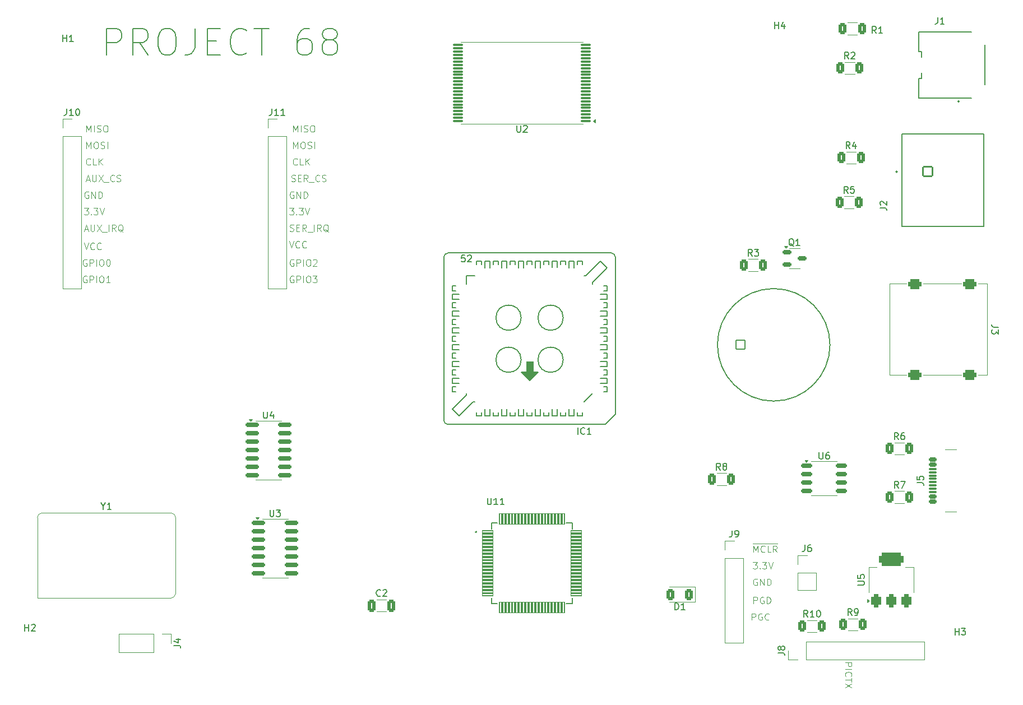
<source format=gto>
G04 #@! TF.GenerationSoftware,KiCad,Pcbnew,9.0.1*
G04 #@! TF.CreationDate,2025-09-03T14:35:04-07:00*
G04 #@! TF.ProjectId,Project68,50726f6a-6563-4743-9638-2e6b69636164,rev?*
G04 #@! TF.SameCoordinates,Original*
G04 #@! TF.FileFunction,Legend,Top*
G04 #@! TF.FilePolarity,Positive*
%FSLAX46Y46*%
G04 Gerber Fmt 4.6, Leading zero omitted, Abs format (unit mm)*
G04 Created by KiCad (PCBNEW 9.0.1) date 2025-09-03 14:35:04*
%MOMM*%
%LPD*%
G01*
G04 APERTURE LIST*
G04 Aperture macros list*
%AMRoundRect*
0 Rectangle with rounded corners*
0 $1 Rounding radius*
0 $2 $3 $4 $5 $6 $7 $8 $9 X,Y pos of 4 corners*
0 Add a 4 corners polygon primitive as box body*
4,1,4,$2,$3,$4,$5,$6,$7,$8,$9,$2,$3,0*
0 Add four circle primitives for the rounded corners*
1,1,$1+$1,$2,$3*
1,1,$1+$1,$4,$5*
1,1,$1+$1,$6,$7*
1,1,$1+$1,$8,$9*
0 Add four rect primitives between the rounded corners*
20,1,$1+$1,$2,$3,$4,$5,0*
20,1,$1+$1,$4,$5,$6,$7,0*
20,1,$1+$1,$6,$7,$8,$9,0*
20,1,$1+$1,$8,$9,$2,$3,0*%
G04 Aperture macros list end*
%ADD10C,0.100000*%
%ADD11C,0.200000*%
%ADD12C,0.150000*%
%ADD13C,0.120000*%
%ADD14C,0.127000*%
%ADD15C,0.152400*%
%ADD16C,0.010000*%
%ADD17RoundRect,0.250000X-0.312500X-0.625000X0.312500X-0.625000X0.312500X0.625000X-0.312500X0.625000X0*%
%ADD18R,1.700000X1.700000*%
%ADD19C,1.700000*%
%ADD20RoundRect,0.150000X-0.825000X-0.150000X0.825000X-0.150000X0.825000X0.150000X-0.825000X0.150000X0*%
%ADD21C,3.200000*%
%ADD22RoundRect,0.150000X-0.512500X-0.150000X0.512500X-0.150000X0.512500X0.150000X-0.512500X0.150000X0*%
%ADD23RoundRect,0.375000X0.375000X-0.625000X0.375000X0.625000X-0.375000X0.625000X-0.375000X-0.625000X0*%
%ADD24RoundRect,0.500000X1.400000X-0.500000X1.400000X0.500000X-1.400000X0.500000X-1.400000X-0.500000X0*%
%ADD25O,2.154000X4.104000*%
%ADD26O,3.604000X1.904000*%
%ADD27RoundRect,0.250000X0.375000X0.625000X-0.375000X0.625000X-0.375000X-0.625000X0.375000X-0.625000X0*%
%ADD28C,0.600000*%
%ADD29C,1.511200*%
%ADD30RoundRect,0.101600X0.654000X0.654000X-0.654000X0.654000X-0.654000X-0.654000X0.654000X-0.654000X0*%
%ADD31C,0.650000*%
%ADD32RoundRect,0.150000X0.425000X-0.150000X0.425000X0.150000X-0.425000X0.150000X-0.425000X-0.150000X0*%
%ADD33RoundRect,0.075000X0.500000X-0.075000X0.500000X0.075000X-0.500000X0.075000X-0.500000X-0.075000X0*%
%ADD34O,2.100000X1.000000*%
%ADD35O,1.800000X1.000000*%
%ADD36R,1.600000X1.600000*%
%ADD37C,1.600000*%
%ADD38RoundRect,0.075000X0.712500X0.075000X-0.712500X0.075000X-0.712500X-0.075000X0.712500X-0.075000X0*%
%ADD39R,1.500000X0.800000*%
%ADD40RoundRect,0.362500X-0.637500X0.362500X-0.637500X-0.362500X0.637500X-0.362500X0.637500X0.362500X0*%
%ADD41RoundRect,0.150000X-0.675000X-0.150000X0.675000X-0.150000X0.675000X0.150000X-0.675000X0.150000X0*%
%ADD42RoundRect,0.060500X-0.821500X-0.181500X0.821500X-0.181500X0.821500X0.181500X-0.821500X0.181500X0*%
%ADD43RoundRect,0.060500X-0.181500X-0.821500X0.181500X-0.821500X0.181500X0.821500X-0.181500X0.821500X0*%
%ADD44RoundRect,0.250000X-0.325000X-0.650000X0.325000X-0.650000X0.325000X0.650000X-0.325000X0.650000X0*%
%ADD45C,1.524800*%
%ADD46RoundRect,0.102000X0.704000X-0.704000X0.704000X0.704000X-0.704000X0.704000X-0.704000X-0.704000X0*%
%ADD47C,1.612000*%
G04 APERTURE END LIST*
D10*
X213127580Y-137303884D02*
X214127580Y-137303884D01*
X214127580Y-137303884D02*
X214127580Y-137684836D01*
X214127580Y-137684836D02*
X214079961Y-137780074D01*
X214079961Y-137780074D02*
X214032342Y-137827693D01*
X214032342Y-137827693D02*
X213937104Y-137875312D01*
X213937104Y-137875312D02*
X213794247Y-137875312D01*
X213794247Y-137875312D02*
X213699009Y-137827693D01*
X213699009Y-137827693D02*
X213651390Y-137780074D01*
X213651390Y-137780074D02*
X213603771Y-137684836D01*
X213603771Y-137684836D02*
X213603771Y-137303884D01*
X213127580Y-138303884D02*
X214127580Y-138303884D01*
X213222819Y-139351502D02*
X213175200Y-139303883D01*
X213175200Y-139303883D02*
X213127580Y-139161026D01*
X213127580Y-139161026D02*
X213127580Y-139065788D01*
X213127580Y-139065788D02*
X213175200Y-138922931D01*
X213175200Y-138922931D02*
X213270438Y-138827693D01*
X213270438Y-138827693D02*
X213365676Y-138780074D01*
X213365676Y-138780074D02*
X213556152Y-138732455D01*
X213556152Y-138732455D02*
X213699009Y-138732455D01*
X213699009Y-138732455D02*
X213889485Y-138780074D01*
X213889485Y-138780074D02*
X213984723Y-138827693D01*
X213984723Y-138827693D02*
X214079961Y-138922931D01*
X214079961Y-138922931D02*
X214127580Y-139065788D01*
X214127580Y-139065788D02*
X214127580Y-139161026D01*
X214127580Y-139161026D02*
X214079961Y-139303883D01*
X214079961Y-139303883D02*
X214032342Y-139351502D01*
X214127580Y-139637217D02*
X214127580Y-140208645D01*
X213127580Y-139922931D02*
X214127580Y-139922931D01*
X214127580Y-140446741D02*
X213127580Y-141113407D01*
X214127580Y-141113407D02*
X213127580Y-140446741D01*
X199053884Y-130872419D02*
X199053884Y-129872419D01*
X199053884Y-129872419D02*
X199434836Y-129872419D01*
X199434836Y-129872419D02*
X199530074Y-129920038D01*
X199530074Y-129920038D02*
X199577693Y-129967657D01*
X199577693Y-129967657D02*
X199625312Y-130062895D01*
X199625312Y-130062895D02*
X199625312Y-130205752D01*
X199625312Y-130205752D02*
X199577693Y-130300990D01*
X199577693Y-130300990D02*
X199530074Y-130348609D01*
X199530074Y-130348609D02*
X199434836Y-130396228D01*
X199434836Y-130396228D02*
X199053884Y-130396228D01*
X200577693Y-129920038D02*
X200482455Y-129872419D01*
X200482455Y-129872419D02*
X200339598Y-129872419D01*
X200339598Y-129872419D02*
X200196741Y-129920038D01*
X200196741Y-129920038D02*
X200101503Y-130015276D01*
X200101503Y-130015276D02*
X200053884Y-130110514D01*
X200053884Y-130110514D02*
X200006265Y-130300990D01*
X200006265Y-130300990D02*
X200006265Y-130443847D01*
X200006265Y-130443847D02*
X200053884Y-130634323D01*
X200053884Y-130634323D02*
X200101503Y-130729561D01*
X200101503Y-130729561D02*
X200196741Y-130824800D01*
X200196741Y-130824800D02*
X200339598Y-130872419D01*
X200339598Y-130872419D02*
X200434836Y-130872419D01*
X200434836Y-130872419D02*
X200577693Y-130824800D01*
X200577693Y-130824800D02*
X200625312Y-130777180D01*
X200625312Y-130777180D02*
X200625312Y-130443847D01*
X200625312Y-130443847D02*
X200434836Y-130443847D01*
X201625312Y-130777180D02*
X201577693Y-130824800D01*
X201577693Y-130824800D02*
X201434836Y-130872419D01*
X201434836Y-130872419D02*
X201339598Y-130872419D01*
X201339598Y-130872419D02*
X201196741Y-130824800D01*
X201196741Y-130824800D02*
X201101503Y-130729561D01*
X201101503Y-130729561D02*
X201053884Y-130634323D01*
X201053884Y-130634323D02*
X201006265Y-130443847D01*
X201006265Y-130443847D02*
X201006265Y-130300990D01*
X201006265Y-130300990D02*
X201053884Y-130110514D01*
X201053884Y-130110514D02*
X201101503Y-130015276D01*
X201101503Y-130015276D02*
X201196741Y-129920038D01*
X201196741Y-129920038D02*
X201339598Y-129872419D01*
X201339598Y-129872419D02*
X201434836Y-129872419D01*
X201434836Y-129872419D02*
X201577693Y-129920038D01*
X201577693Y-129920038D02*
X201625312Y-129967657D01*
X199303884Y-128372419D02*
X199303884Y-127372419D01*
X199303884Y-127372419D02*
X199684836Y-127372419D01*
X199684836Y-127372419D02*
X199780074Y-127420038D01*
X199780074Y-127420038D02*
X199827693Y-127467657D01*
X199827693Y-127467657D02*
X199875312Y-127562895D01*
X199875312Y-127562895D02*
X199875312Y-127705752D01*
X199875312Y-127705752D02*
X199827693Y-127800990D01*
X199827693Y-127800990D02*
X199780074Y-127848609D01*
X199780074Y-127848609D02*
X199684836Y-127896228D01*
X199684836Y-127896228D02*
X199303884Y-127896228D01*
X200827693Y-127420038D02*
X200732455Y-127372419D01*
X200732455Y-127372419D02*
X200589598Y-127372419D01*
X200589598Y-127372419D02*
X200446741Y-127420038D01*
X200446741Y-127420038D02*
X200351503Y-127515276D01*
X200351503Y-127515276D02*
X200303884Y-127610514D01*
X200303884Y-127610514D02*
X200256265Y-127800990D01*
X200256265Y-127800990D02*
X200256265Y-127943847D01*
X200256265Y-127943847D02*
X200303884Y-128134323D01*
X200303884Y-128134323D02*
X200351503Y-128229561D01*
X200351503Y-128229561D02*
X200446741Y-128324800D01*
X200446741Y-128324800D02*
X200589598Y-128372419D01*
X200589598Y-128372419D02*
X200684836Y-128372419D01*
X200684836Y-128372419D02*
X200827693Y-128324800D01*
X200827693Y-128324800D02*
X200875312Y-128277180D01*
X200875312Y-128277180D02*
X200875312Y-127943847D01*
X200875312Y-127943847D02*
X200684836Y-127943847D01*
X201303884Y-128372419D02*
X201303884Y-127372419D01*
X201303884Y-127372419D02*
X201541979Y-127372419D01*
X201541979Y-127372419D02*
X201684836Y-127420038D01*
X201684836Y-127420038D02*
X201780074Y-127515276D01*
X201780074Y-127515276D02*
X201827693Y-127610514D01*
X201827693Y-127610514D02*
X201875312Y-127800990D01*
X201875312Y-127800990D02*
X201875312Y-127943847D01*
X201875312Y-127943847D02*
X201827693Y-128134323D01*
X201827693Y-128134323D02*
X201780074Y-128229561D01*
X201780074Y-128229561D02*
X201684836Y-128324800D01*
X201684836Y-128324800D02*
X201541979Y-128372419D01*
X201541979Y-128372419D02*
X201303884Y-128372419D01*
X199827693Y-124670038D02*
X199732455Y-124622419D01*
X199732455Y-124622419D02*
X199589598Y-124622419D01*
X199589598Y-124622419D02*
X199446741Y-124670038D01*
X199446741Y-124670038D02*
X199351503Y-124765276D01*
X199351503Y-124765276D02*
X199303884Y-124860514D01*
X199303884Y-124860514D02*
X199256265Y-125050990D01*
X199256265Y-125050990D02*
X199256265Y-125193847D01*
X199256265Y-125193847D02*
X199303884Y-125384323D01*
X199303884Y-125384323D02*
X199351503Y-125479561D01*
X199351503Y-125479561D02*
X199446741Y-125574800D01*
X199446741Y-125574800D02*
X199589598Y-125622419D01*
X199589598Y-125622419D02*
X199684836Y-125622419D01*
X199684836Y-125622419D02*
X199827693Y-125574800D01*
X199827693Y-125574800D02*
X199875312Y-125527180D01*
X199875312Y-125527180D02*
X199875312Y-125193847D01*
X199875312Y-125193847D02*
X199684836Y-125193847D01*
X200303884Y-125622419D02*
X200303884Y-124622419D01*
X200303884Y-124622419D02*
X200875312Y-125622419D01*
X200875312Y-125622419D02*
X200875312Y-124622419D01*
X201351503Y-125622419D02*
X201351503Y-124622419D01*
X201351503Y-124622419D02*
X201589598Y-124622419D01*
X201589598Y-124622419D02*
X201732455Y-124670038D01*
X201732455Y-124670038D02*
X201827693Y-124765276D01*
X201827693Y-124765276D02*
X201875312Y-124860514D01*
X201875312Y-124860514D02*
X201922931Y-125050990D01*
X201922931Y-125050990D02*
X201922931Y-125193847D01*
X201922931Y-125193847D02*
X201875312Y-125384323D01*
X201875312Y-125384323D02*
X201827693Y-125479561D01*
X201827693Y-125479561D02*
X201732455Y-125574800D01*
X201732455Y-125574800D02*
X201589598Y-125622419D01*
X201589598Y-125622419D02*
X201351503Y-125622419D01*
X199208646Y-122122419D02*
X199827693Y-122122419D01*
X199827693Y-122122419D02*
X199494360Y-122503371D01*
X199494360Y-122503371D02*
X199637217Y-122503371D01*
X199637217Y-122503371D02*
X199732455Y-122550990D01*
X199732455Y-122550990D02*
X199780074Y-122598609D01*
X199780074Y-122598609D02*
X199827693Y-122693847D01*
X199827693Y-122693847D02*
X199827693Y-122931942D01*
X199827693Y-122931942D02*
X199780074Y-123027180D01*
X199780074Y-123027180D02*
X199732455Y-123074800D01*
X199732455Y-123074800D02*
X199637217Y-123122419D01*
X199637217Y-123122419D02*
X199351503Y-123122419D01*
X199351503Y-123122419D02*
X199256265Y-123074800D01*
X199256265Y-123074800D02*
X199208646Y-123027180D01*
X200256265Y-123027180D02*
X200303884Y-123074800D01*
X200303884Y-123074800D02*
X200256265Y-123122419D01*
X200256265Y-123122419D02*
X200208646Y-123074800D01*
X200208646Y-123074800D02*
X200256265Y-123027180D01*
X200256265Y-123027180D02*
X200256265Y-123122419D01*
X200637217Y-122122419D02*
X201256264Y-122122419D01*
X201256264Y-122122419D02*
X200922931Y-122503371D01*
X200922931Y-122503371D02*
X201065788Y-122503371D01*
X201065788Y-122503371D02*
X201161026Y-122550990D01*
X201161026Y-122550990D02*
X201208645Y-122598609D01*
X201208645Y-122598609D02*
X201256264Y-122693847D01*
X201256264Y-122693847D02*
X201256264Y-122931942D01*
X201256264Y-122931942D02*
X201208645Y-123027180D01*
X201208645Y-123027180D02*
X201161026Y-123074800D01*
X201161026Y-123074800D02*
X201065788Y-123122419D01*
X201065788Y-123122419D02*
X200780074Y-123122419D01*
X200780074Y-123122419D02*
X200684836Y-123074800D01*
X200684836Y-123074800D02*
X200637217Y-123027180D01*
X201541979Y-122122419D02*
X201875312Y-123122419D01*
X201875312Y-123122419D02*
X202208645Y-122122419D01*
X199303884Y-120622419D02*
X199303884Y-119622419D01*
X199303884Y-119622419D02*
X199637217Y-120336704D01*
X199637217Y-120336704D02*
X199970550Y-119622419D01*
X199970550Y-119622419D02*
X199970550Y-120622419D01*
X201018169Y-120527180D02*
X200970550Y-120574800D01*
X200970550Y-120574800D02*
X200827693Y-120622419D01*
X200827693Y-120622419D02*
X200732455Y-120622419D01*
X200732455Y-120622419D02*
X200589598Y-120574800D01*
X200589598Y-120574800D02*
X200494360Y-120479561D01*
X200494360Y-120479561D02*
X200446741Y-120384323D01*
X200446741Y-120384323D02*
X200399122Y-120193847D01*
X200399122Y-120193847D02*
X200399122Y-120050990D01*
X200399122Y-120050990D02*
X200446741Y-119860514D01*
X200446741Y-119860514D02*
X200494360Y-119765276D01*
X200494360Y-119765276D02*
X200589598Y-119670038D01*
X200589598Y-119670038D02*
X200732455Y-119622419D01*
X200732455Y-119622419D02*
X200827693Y-119622419D01*
X200827693Y-119622419D02*
X200970550Y-119670038D01*
X200970550Y-119670038D02*
X201018169Y-119717657D01*
X201922931Y-120622419D02*
X201446741Y-120622419D01*
X201446741Y-120622419D02*
X201446741Y-119622419D01*
X202827693Y-120622419D02*
X202494360Y-120146228D01*
X202256265Y-120622419D02*
X202256265Y-119622419D01*
X202256265Y-119622419D02*
X202637217Y-119622419D01*
X202637217Y-119622419D02*
X202732455Y-119670038D01*
X202732455Y-119670038D02*
X202780074Y-119717657D01*
X202780074Y-119717657D02*
X202827693Y-119812895D01*
X202827693Y-119812895D02*
X202827693Y-119955752D01*
X202827693Y-119955752D02*
X202780074Y-120050990D01*
X202780074Y-120050990D02*
X202732455Y-120098609D01*
X202732455Y-120098609D02*
X202637217Y-120146228D01*
X202637217Y-120146228D02*
X202256265Y-120146228D01*
X199165789Y-119344800D02*
X202918170Y-119344800D01*
X129827693Y-66170038D02*
X129732455Y-66122419D01*
X129732455Y-66122419D02*
X129589598Y-66122419D01*
X129589598Y-66122419D02*
X129446741Y-66170038D01*
X129446741Y-66170038D02*
X129351503Y-66265276D01*
X129351503Y-66265276D02*
X129303884Y-66360514D01*
X129303884Y-66360514D02*
X129256265Y-66550990D01*
X129256265Y-66550990D02*
X129256265Y-66693847D01*
X129256265Y-66693847D02*
X129303884Y-66884323D01*
X129303884Y-66884323D02*
X129351503Y-66979561D01*
X129351503Y-66979561D02*
X129446741Y-67074800D01*
X129446741Y-67074800D02*
X129589598Y-67122419D01*
X129589598Y-67122419D02*
X129684836Y-67122419D01*
X129684836Y-67122419D02*
X129827693Y-67074800D01*
X129827693Y-67074800D02*
X129875312Y-67027180D01*
X129875312Y-67027180D02*
X129875312Y-66693847D01*
X129875312Y-66693847D02*
X129684836Y-66693847D01*
X130303884Y-67122419D02*
X130303884Y-66122419D01*
X130303884Y-66122419D02*
X130875312Y-67122419D01*
X130875312Y-67122419D02*
X130875312Y-66122419D01*
X131351503Y-67122419D02*
X131351503Y-66122419D01*
X131351503Y-66122419D02*
X131589598Y-66122419D01*
X131589598Y-66122419D02*
X131732455Y-66170038D01*
X131732455Y-66170038D02*
X131827693Y-66265276D01*
X131827693Y-66265276D02*
X131875312Y-66360514D01*
X131875312Y-66360514D02*
X131922931Y-66550990D01*
X131922931Y-66550990D02*
X131922931Y-66693847D01*
X131922931Y-66693847D02*
X131875312Y-66884323D01*
X131875312Y-66884323D02*
X131827693Y-66979561D01*
X131827693Y-66979561D02*
X131732455Y-67074800D01*
X131732455Y-67074800D02*
X131589598Y-67122419D01*
X131589598Y-67122419D02*
X131351503Y-67122419D01*
X129803884Y-59622419D02*
X129803884Y-58622419D01*
X129803884Y-58622419D02*
X130137217Y-59336704D01*
X130137217Y-59336704D02*
X130470550Y-58622419D01*
X130470550Y-58622419D02*
X130470550Y-59622419D01*
X131137217Y-58622419D02*
X131327693Y-58622419D01*
X131327693Y-58622419D02*
X131422931Y-58670038D01*
X131422931Y-58670038D02*
X131518169Y-58765276D01*
X131518169Y-58765276D02*
X131565788Y-58955752D01*
X131565788Y-58955752D02*
X131565788Y-59289085D01*
X131565788Y-59289085D02*
X131518169Y-59479561D01*
X131518169Y-59479561D02*
X131422931Y-59574800D01*
X131422931Y-59574800D02*
X131327693Y-59622419D01*
X131327693Y-59622419D02*
X131137217Y-59622419D01*
X131137217Y-59622419D02*
X131041979Y-59574800D01*
X131041979Y-59574800D02*
X130946741Y-59479561D01*
X130946741Y-59479561D02*
X130899122Y-59289085D01*
X130899122Y-59289085D02*
X130899122Y-58955752D01*
X130899122Y-58955752D02*
X130946741Y-58765276D01*
X130946741Y-58765276D02*
X131041979Y-58670038D01*
X131041979Y-58670038D02*
X131137217Y-58622419D01*
X131946741Y-59574800D02*
X132089598Y-59622419D01*
X132089598Y-59622419D02*
X132327693Y-59622419D01*
X132327693Y-59622419D02*
X132422931Y-59574800D01*
X132422931Y-59574800D02*
X132470550Y-59527180D01*
X132470550Y-59527180D02*
X132518169Y-59431942D01*
X132518169Y-59431942D02*
X132518169Y-59336704D01*
X132518169Y-59336704D02*
X132470550Y-59241466D01*
X132470550Y-59241466D02*
X132422931Y-59193847D01*
X132422931Y-59193847D02*
X132327693Y-59146228D01*
X132327693Y-59146228D02*
X132137217Y-59098609D01*
X132137217Y-59098609D02*
X132041979Y-59050990D01*
X132041979Y-59050990D02*
X131994360Y-59003371D01*
X131994360Y-59003371D02*
X131946741Y-58908133D01*
X131946741Y-58908133D02*
X131946741Y-58812895D01*
X131946741Y-58812895D02*
X131994360Y-58717657D01*
X131994360Y-58717657D02*
X132041979Y-58670038D01*
X132041979Y-58670038D02*
X132137217Y-58622419D01*
X132137217Y-58622419D02*
X132375312Y-58622419D01*
X132375312Y-58622419D02*
X132518169Y-58670038D01*
X132946741Y-59622419D02*
X132946741Y-58622419D01*
X129827693Y-78920038D02*
X129732455Y-78872419D01*
X129732455Y-78872419D02*
X129589598Y-78872419D01*
X129589598Y-78872419D02*
X129446741Y-78920038D01*
X129446741Y-78920038D02*
X129351503Y-79015276D01*
X129351503Y-79015276D02*
X129303884Y-79110514D01*
X129303884Y-79110514D02*
X129256265Y-79300990D01*
X129256265Y-79300990D02*
X129256265Y-79443847D01*
X129256265Y-79443847D02*
X129303884Y-79634323D01*
X129303884Y-79634323D02*
X129351503Y-79729561D01*
X129351503Y-79729561D02*
X129446741Y-79824800D01*
X129446741Y-79824800D02*
X129589598Y-79872419D01*
X129589598Y-79872419D02*
X129684836Y-79872419D01*
X129684836Y-79872419D02*
X129827693Y-79824800D01*
X129827693Y-79824800D02*
X129875312Y-79777180D01*
X129875312Y-79777180D02*
X129875312Y-79443847D01*
X129875312Y-79443847D02*
X129684836Y-79443847D01*
X130303884Y-79872419D02*
X130303884Y-78872419D01*
X130303884Y-78872419D02*
X130684836Y-78872419D01*
X130684836Y-78872419D02*
X130780074Y-78920038D01*
X130780074Y-78920038D02*
X130827693Y-78967657D01*
X130827693Y-78967657D02*
X130875312Y-79062895D01*
X130875312Y-79062895D02*
X130875312Y-79205752D01*
X130875312Y-79205752D02*
X130827693Y-79300990D01*
X130827693Y-79300990D02*
X130780074Y-79348609D01*
X130780074Y-79348609D02*
X130684836Y-79396228D01*
X130684836Y-79396228D02*
X130303884Y-79396228D01*
X131303884Y-79872419D02*
X131303884Y-78872419D01*
X131970550Y-78872419D02*
X132161026Y-78872419D01*
X132161026Y-78872419D02*
X132256264Y-78920038D01*
X132256264Y-78920038D02*
X132351502Y-79015276D01*
X132351502Y-79015276D02*
X132399121Y-79205752D01*
X132399121Y-79205752D02*
X132399121Y-79539085D01*
X132399121Y-79539085D02*
X132351502Y-79729561D01*
X132351502Y-79729561D02*
X132256264Y-79824800D01*
X132256264Y-79824800D02*
X132161026Y-79872419D01*
X132161026Y-79872419D02*
X131970550Y-79872419D01*
X131970550Y-79872419D02*
X131875312Y-79824800D01*
X131875312Y-79824800D02*
X131780074Y-79729561D01*
X131780074Y-79729561D02*
X131732455Y-79539085D01*
X131732455Y-79539085D02*
X131732455Y-79205752D01*
X131732455Y-79205752D02*
X131780074Y-79015276D01*
X131780074Y-79015276D02*
X131875312Y-78920038D01*
X131875312Y-78920038D02*
X131970550Y-78872419D01*
X132732455Y-78872419D02*
X133351502Y-78872419D01*
X133351502Y-78872419D02*
X133018169Y-79253371D01*
X133018169Y-79253371D02*
X133161026Y-79253371D01*
X133161026Y-79253371D02*
X133256264Y-79300990D01*
X133256264Y-79300990D02*
X133303883Y-79348609D01*
X133303883Y-79348609D02*
X133351502Y-79443847D01*
X133351502Y-79443847D02*
X133351502Y-79681942D01*
X133351502Y-79681942D02*
X133303883Y-79777180D01*
X133303883Y-79777180D02*
X133256264Y-79824800D01*
X133256264Y-79824800D02*
X133161026Y-79872419D01*
X133161026Y-79872419D02*
X132875312Y-79872419D01*
X132875312Y-79872419D02*
X132780074Y-79824800D01*
X132780074Y-79824800D02*
X132732455Y-79777180D01*
X129827693Y-76420038D02*
X129732455Y-76372419D01*
X129732455Y-76372419D02*
X129589598Y-76372419D01*
X129589598Y-76372419D02*
X129446741Y-76420038D01*
X129446741Y-76420038D02*
X129351503Y-76515276D01*
X129351503Y-76515276D02*
X129303884Y-76610514D01*
X129303884Y-76610514D02*
X129256265Y-76800990D01*
X129256265Y-76800990D02*
X129256265Y-76943847D01*
X129256265Y-76943847D02*
X129303884Y-77134323D01*
X129303884Y-77134323D02*
X129351503Y-77229561D01*
X129351503Y-77229561D02*
X129446741Y-77324800D01*
X129446741Y-77324800D02*
X129589598Y-77372419D01*
X129589598Y-77372419D02*
X129684836Y-77372419D01*
X129684836Y-77372419D02*
X129827693Y-77324800D01*
X129827693Y-77324800D02*
X129875312Y-77277180D01*
X129875312Y-77277180D02*
X129875312Y-76943847D01*
X129875312Y-76943847D02*
X129684836Y-76943847D01*
X130303884Y-77372419D02*
X130303884Y-76372419D01*
X130303884Y-76372419D02*
X130684836Y-76372419D01*
X130684836Y-76372419D02*
X130780074Y-76420038D01*
X130780074Y-76420038D02*
X130827693Y-76467657D01*
X130827693Y-76467657D02*
X130875312Y-76562895D01*
X130875312Y-76562895D02*
X130875312Y-76705752D01*
X130875312Y-76705752D02*
X130827693Y-76800990D01*
X130827693Y-76800990D02*
X130780074Y-76848609D01*
X130780074Y-76848609D02*
X130684836Y-76896228D01*
X130684836Y-76896228D02*
X130303884Y-76896228D01*
X131303884Y-77372419D02*
X131303884Y-76372419D01*
X131970550Y-76372419D02*
X132161026Y-76372419D01*
X132161026Y-76372419D02*
X132256264Y-76420038D01*
X132256264Y-76420038D02*
X132351502Y-76515276D01*
X132351502Y-76515276D02*
X132399121Y-76705752D01*
X132399121Y-76705752D02*
X132399121Y-77039085D01*
X132399121Y-77039085D02*
X132351502Y-77229561D01*
X132351502Y-77229561D02*
X132256264Y-77324800D01*
X132256264Y-77324800D02*
X132161026Y-77372419D01*
X132161026Y-77372419D02*
X131970550Y-77372419D01*
X131970550Y-77372419D02*
X131875312Y-77324800D01*
X131875312Y-77324800D02*
X131780074Y-77229561D01*
X131780074Y-77229561D02*
X131732455Y-77039085D01*
X131732455Y-77039085D02*
X131732455Y-76705752D01*
X131732455Y-76705752D02*
X131780074Y-76515276D01*
X131780074Y-76515276D02*
X131875312Y-76420038D01*
X131875312Y-76420038D02*
X131970550Y-76372419D01*
X132780074Y-76467657D02*
X132827693Y-76420038D01*
X132827693Y-76420038D02*
X132922931Y-76372419D01*
X132922931Y-76372419D02*
X133161026Y-76372419D01*
X133161026Y-76372419D02*
X133256264Y-76420038D01*
X133256264Y-76420038D02*
X133303883Y-76467657D01*
X133303883Y-76467657D02*
X133351502Y-76562895D01*
X133351502Y-76562895D02*
X133351502Y-76658133D01*
X133351502Y-76658133D02*
X133303883Y-76800990D01*
X133303883Y-76800990D02*
X132732455Y-77372419D01*
X132732455Y-77372419D02*
X133351502Y-77372419D01*
X98161027Y-73872419D02*
X98494360Y-74872419D01*
X98494360Y-74872419D02*
X98827693Y-73872419D01*
X99732455Y-74777180D02*
X99684836Y-74824800D01*
X99684836Y-74824800D02*
X99541979Y-74872419D01*
X99541979Y-74872419D02*
X99446741Y-74872419D01*
X99446741Y-74872419D02*
X99303884Y-74824800D01*
X99303884Y-74824800D02*
X99208646Y-74729561D01*
X99208646Y-74729561D02*
X99161027Y-74634323D01*
X99161027Y-74634323D02*
X99113408Y-74443847D01*
X99113408Y-74443847D02*
X99113408Y-74300990D01*
X99113408Y-74300990D02*
X99161027Y-74110514D01*
X99161027Y-74110514D02*
X99208646Y-74015276D01*
X99208646Y-74015276D02*
X99303884Y-73920038D01*
X99303884Y-73920038D02*
X99446741Y-73872419D01*
X99446741Y-73872419D02*
X99541979Y-73872419D01*
X99541979Y-73872419D02*
X99684836Y-73920038D01*
X99684836Y-73920038D02*
X99732455Y-73967657D01*
X100732455Y-74777180D02*
X100684836Y-74824800D01*
X100684836Y-74824800D02*
X100541979Y-74872419D01*
X100541979Y-74872419D02*
X100446741Y-74872419D01*
X100446741Y-74872419D02*
X100303884Y-74824800D01*
X100303884Y-74824800D02*
X100208646Y-74729561D01*
X100208646Y-74729561D02*
X100161027Y-74634323D01*
X100161027Y-74634323D02*
X100113408Y-74443847D01*
X100113408Y-74443847D02*
X100113408Y-74300990D01*
X100113408Y-74300990D02*
X100161027Y-74110514D01*
X100161027Y-74110514D02*
X100208646Y-74015276D01*
X100208646Y-74015276D02*
X100303884Y-73920038D01*
X100303884Y-73920038D02*
X100446741Y-73872419D01*
X100446741Y-73872419D02*
X100541979Y-73872419D01*
X100541979Y-73872419D02*
X100684836Y-73920038D01*
X100684836Y-73920038D02*
X100732455Y-73967657D01*
X98827693Y-66170038D02*
X98732455Y-66122419D01*
X98732455Y-66122419D02*
X98589598Y-66122419D01*
X98589598Y-66122419D02*
X98446741Y-66170038D01*
X98446741Y-66170038D02*
X98351503Y-66265276D01*
X98351503Y-66265276D02*
X98303884Y-66360514D01*
X98303884Y-66360514D02*
X98256265Y-66550990D01*
X98256265Y-66550990D02*
X98256265Y-66693847D01*
X98256265Y-66693847D02*
X98303884Y-66884323D01*
X98303884Y-66884323D02*
X98351503Y-66979561D01*
X98351503Y-66979561D02*
X98446741Y-67074800D01*
X98446741Y-67074800D02*
X98589598Y-67122419D01*
X98589598Y-67122419D02*
X98684836Y-67122419D01*
X98684836Y-67122419D02*
X98827693Y-67074800D01*
X98827693Y-67074800D02*
X98875312Y-67027180D01*
X98875312Y-67027180D02*
X98875312Y-66693847D01*
X98875312Y-66693847D02*
X98684836Y-66693847D01*
X99303884Y-67122419D02*
X99303884Y-66122419D01*
X99303884Y-66122419D02*
X99875312Y-67122419D01*
X99875312Y-67122419D02*
X99875312Y-66122419D01*
X100351503Y-67122419D02*
X100351503Y-66122419D01*
X100351503Y-66122419D02*
X100589598Y-66122419D01*
X100589598Y-66122419D02*
X100732455Y-66170038D01*
X100732455Y-66170038D02*
X100827693Y-66265276D01*
X100827693Y-66265276D02*
X100875312Y-66360514D01*
X100875312Y-66360514D02*
X100922931Y-66550990D01*
X100922931Y-66550990D02*
X100922931Y-66693847D01*
X100922931Y-66693847D02*
X100875312Y-66884323D01*
X100875312Y-66884323D02*
X100827693Y-66979561D01*
X100827693Y-66979561D02*
X100732455Y-67074800D01*
X100732455Y-67074800D02*
X100589598Y-67122419D01*
X100589598Y-67122419D02*
X100351503Y-67122419D01*
X98506265Y-64336704D02*
X98982455Y-64336704D01*
X98411027Y-64622419D02*
X98744360Y-63622419D01*
X98744360Y-63622419D02*
X99077693Y-64622419D01*
X99411027Y-63622419D02*
X99411027Y-64431942D01*
X99411027Y-64431942D02*
X99458646Y-64527180D01*
X99458646Y-64527180D02*
X99506265Y-64574800D01*
X99506265Y-64574800D02*
X99601503Y-64622419D01*
X99601503Y-64622419D02*
X99791979Y-64622419D01*
X99791979Y-64622419D02*
X99887217Y-64574800D01*
X99887217Y-64574800D02*
X99934836Y-64527180D01*
X99934836Y-64527180D02*
X99982455Y-64431942D01*
X99982455Y-64431942D02*
X99982455Y-63622419D01*
X100363408Y-63622419D02*
X101030074Y-64622419D01*
X101030074Y-63622419D02*
X100363408Y-64622419D01*
X101172932Y-64717657D02*
X101934836Y-64717657D01*
X102744360Y-64527180D02*
X102696741Y-64574800D01*
X102696741Y-64574800D02*
X102553884Y-64622419D01*
X102553884Y-64622419D02*
X102458646Y-64622419D01*
X102458646Y-64622419D02*
X102315789Y-64574800D01*
X102315789Y-64574800D02*
X102220551Y-64479561D01*
X102220551Y-64479561D02*
X102172932Y-64384323D01*
X102172932Y-64384323D02*
X102125313Y-64193847D01*
X102125313Y-64193847D02*
X102125313Y-64050990D01*
X102125313Y-64050990D02*
X102172932Y-63860514D01*
X102172932Y-63860514D02*
X102220551Y-63765276D01*
X102220551Y-63765276D02*
X102315789Y-63670038D01*
X102315789Y-63670038D02*
X102458646Y-63622419D01*
X102458646Y-63622419D02*
X102553884Y-63622419D01*
X102553884Y-63622419D02*
X102696741Y-63670038D01*
X102696741Y-63670038D02*
X102744360Y-63717657D01*
X103125313Y-64574800D02*
X103268170Y-64622419D01*
X103268170Y-64622419D02*
X103506265Y-64622419D01*
X103506265Y-64622419D02*
X103601503Y-64574800D01*
X103601503Y-64574800D02*
X103649122Y-64527180D01*
X103649122Y-64527180D02*
X103696741Y-64431942D01*
X103696741Y-64431942D02*
X103696741Y-64336704D01*
X103696741Y-64336704D02*
X103649122Y-64241466D01*
X103649122Y-64241466D02*
X103601503Y-64193847D01*
X103601503Y-64193847D02*
X103506265Y-64146228D01*
X103506265Y-64146228D02*
X103315789Y-64098609D01*
X103315789Y-64098609D02*
X103220551Y-64050990D01*
X103220551Y-64050990D02*
X103172932Y-64003371D01*
X103172932Y-64003371D02*
X103125313Y-63908133D01*
X103125313Y-63908133D02*
X103125313Y-63812895D01*
X103125313Y-63812895D02*
X103172932Y-63717657D01*
X103172932Y-63717657D02*
X103220551Y-63670038D01*
X103220551Y-63670038D02*
X103315789Y-63622419D01*
X103315789Y-63622419D02*
X103553884Y-63622419D01*
X103553884Y-63622419D02*
X103696741Y-63670038D01*
X129208646Y-68622419D02*
X129827693Y-68622419D01*
X129827693Y-68622419D02*
X129494360Y-69003371D01*
X129494360Y-69003371D02*
X129637217Y-69003371D01*
X129637217Y-69003371D02*
X129732455Y-69050990D01*
X129732455Y-69050990D02*
X129780074Y-69098609D01*
X129780074Y-69098609D02*
X129827693Y-69193847D01*
X129827693Y-69193847D02*
X129827693Y-69431942D01*
X129827693Y-69431942D02*
X129780074Y-69527180D01*
X129780074Y-69527180D02*
X129732455Y-69574800D01*
X129732455Y-69574800D02*
X129637217Y-69622419D01*
X129637217Y-69622419D02*
X129351503Y-69622419D01*
X129351503Y-69622419D02*
X129256265Y-69574800D01*
X129256265Y-69574800D02*
X129208646Y-69527180D01*
X130256265Y-69527180D02*
X130303884Y-69574800D01*
X130303884Y-69574800D02*
X130256265Y-69622419D01*
X130256265Y-69622419D02*
X130208646Y-69574800D01*
X130208646Y-69574800D02*
X130256265Y-69527180D01*
X130256265Y-69527180D02*
X130256265Y-69622419D01*
X130637217Y-68622419D02*
X131256264Y-68622419D01*
X131256264Y-68622419D02*
X130922931Y-69003371D01*
X130922931Y-69003371D02*
X131065788Y-69003371D01*
X131065788Y-69003371D02*
X131161026Y-69050990D01*
X131161026Y-69050990D02*
X131208645Y-69098609D01*
X131208645Y-69098609D02*
X131256264Y-69193847D01*
X131256264Y-69193847D02*
X131256264Y-69431942D01*
X131256264Y-69431942D02*
X131208645Y-69527180D01*
X131208645Y-69527180D02*
X131161026Y-69574800D01*
X131161026Y-69574800D02*
X131065788Y-69622419D01*
X131065788Y-69622419D02*
X130780074Y-69622419D01*
X130780074Y-69622419D02*
X130684836Y-69574800D01*
X130684836Y-69574800D02*
X130637217Y-69527180D01*
X131541979Y-68622419D02*
X131875312Y-69622419D01*
X131875312Y-69622419D02*
X132208645Y-68622419D01*
X98208646Y-68622419D02*
X98827693Y-68622419D01*
X98827693Y-68622419D02*
X98494360Y-69003371D01*
X98494360Y-69003371D02*
X98637217Y-69003371D01*
X98637217Y-69003371D02*
X98732455Y-69050990D01*
X98732455Y-69050990D02*
X98780074Y-69098609D01*
X98780074Y-69098609D02*
X98827693Y-69193847D01*
X98827693Y-69193847D02*
X98827693Y-69431942D01*
X98827693Y-69431942D02*
X98780074Y-69527180D01*
X98780074Y-69527180D02*
X98732455Y-69574800D01*
X98732455Y-69574800D02*
X98637217Y-69622419D01*
X98637217Y-69622419D02*
X98351503Y-69622419D01*
X98351503Y-69622419D02*
X98256265Y-69574800D01*
X98256265Y-69574800D02*
X98208646Y-69527180D01*
X99256265Y-69527180D02*
X99303884Y-69574800D01*
X99303884Y-69574800D02*
X99256265Y-69622419D01*
X99256265Y-69622419D02*
X99208646Y-69574800D01*
X99208646Y-69574800D02*
X99256265Y-69527180D01*
X99256265Y-69527180D02*
X99256265Y-69622419D01*
X99637217Y-68622419D02*
X100256264Y-68622419D01*
X100256264Y-68622419D02*
X99922931Y-69003371D01*
X99922931Y-69003371D02*
X100065788Y-69003371D01*
X100065788Y-69003371D02*
X100161026Y-69050990D01*
X100161026Y-69050990D02*
X100208645Y-69098609D01*
X100208645Y-69098609D02*
X100256264Y-69193847D01*
X100256264Y-69193847D02*
X100256264Y-69431942D01*
X100256264Y-69431942D02*
X100208645Y-69527180D01*
X100208645Y-69527180D02*
X100161026Y-69574800D01*
X100161026Y-69574800D02*
X100065788Y-69622419D01*
X100065788Y-69622419D02*
X99780074Y-69622419D01*
X99780074Y-69622419D02*
X99684836Y-69574800D01*
X99684836Y-69574800D02*
X99637217Y-69527180D01*
X100541979Y-68622419D02*
X100875312Y-69622419D01*
X100875312Y-69622419D02*
X101208645Y-68622419D01*
X130375312Y-62027180D02*
X130327693Y-62074800D01*
X130327693Y-62074800D02*
X130184836Y-62122419D01*
X130184836Y-62122419D02*
X130089598Y-62122419D01*
X130089598Y-62122419D02*
X129946741Y-62074800D01*
X129946741Y-62074800D02*
X129851503Y-61979561D01*
X129851503Y-61979561D02*
X129803884Y-61884323D01*
X129803884Y-61884323D02*
X129756265Y-61693847D01*
X129756265Y-61693847D02*
X129756265Y-61550990D01*
X129756265Y-61550990D02*
X129803884Y-61360514D01*
X129803884Y-61360514D02*
X129851503Y-61265276D01*
X129851503Y-61265276D02*
X129946741Y-61170038D01*
X129946741Y-61170038D02*
X130089598Y-61122419D01*
X130089598Y-61122419D02*
X130184836Y-61122419D01*
X130184836Y-61122419D02*
X130327693Y-61170038D01*
X130327693Y-61170038D02*
X130375312Y-61217657D01*
X131280074Y-62122419D02*
X130803884Y-62122419D01*
X130803884Y-62122419D02*
X130803884Y-61122419D01*
X131613408Y-62122419D02*
X131613408Y-61122419D01*
X132184836Y-62122419D02*
X131756265Y-61550990D01*
X132184836Y-61122419D02*
X131613408Y-61693847D01*
X129161027Y-73622419D02*
X129494360Y-74622419D01*
X129494360Y-74622419D02*
X129827693Y-73622419D01*
X130732455Y-74527180D02*
X130684836Y-74574800D01*
X130684836Y-74574800D02*
X130541979Y-74622419D01*
X130541979Y-74622419D02*
X130446741Y-74622419D01*
X130446741Y-74622419D02*
X130303884Y-74574800D01*
X130303884Y-74574800D02*
X130208646Y-74479561D01*
X130208646Y-74479561D02*
X130161027Y-74384323D01*
X130161027Y-74384323D02*
X130113408Y-74193847D01*
X130113408Y-74193847D02*
X130113408Y-74050990D01*
X130113408Y-74050990D02*
X130161027Y-73860514D01*
X130161027Y-73860514D02*
X130208646Y-73765276D01*
X130208646Y-73765276D02*
X130303884Y-73670038D01*
X130303884Y-73670038D02*
X130446741Y-73622419D01*
X130446741Y-73622419D02*
X130541979Y-73622419D01*
X130541979Y-73622419D02*
X130684836Y-73670038D01*
X130684836Y-73670038D02*
X130732455Y-73717657D01*
X131732455Y-74527180D02*
X131684836Y-74574800D01*
X131684836Y-74574800D02*
X131541979Y-74622419D01*
X131541979Y-74622419D02*
X131446741Y-74622419D01*
X131446741Y-74622419D02*
X131303884Y-74574800D01*
X131303884Y-74574800D02*
X131208646Y-74479561D01*
X131208646Y-74479561D02*
X131161027Y-74384323D01*
X131161027Y-74384323D02*
X131113408Y-74193847D01*
X131113408Y-74193847D02*
X131113408Y-74050990D01*
X131113408Y-74050990D02*
X131161027Y-73860514D01*
X131161027Y-73860514D02*
X131208646Y-73765276D01*
X131208646Y-73765276D02*
X131303884Y-73670038D01*
X131303884Y-73670038D02*
X131446741Y-73622419D01*
X131446741Y-73622419D02*
X131541979Y-73622419D01*
X131541979Y-73622419D02*
X131684836Y-73670038D01*
X131684836Y-73670038D02*
X131732455Y-73717657D01*
X98577693Y-76420038D02*
X98482455Y-76372419D01*
X98482455Y-76372419D02*
X98339598Y-76372419D01*
X98339598Y-76372419D02*
X98196741Y-76420038D01*
X98196741Y-76420038D02*
X98101503Y-76515276D01*
X98101503Y-76515276D02*
X98053884Y-76610514D01*
X98053884Y-76610514D02*
X98006265Y-76800990D01*
X98006265Y-76800990D02*
X98006265Y-76943847D01*
X98006265Y-76943847D02*
X98053884Y-77134323D01*
X98053884Y-77134323D02*
X98101503Y-77229561D01*
X98101503Y-77229561D02*
X98196741Y-77324800D01*
X98196741Y-77324800D02*
X98339598Y-77372419D01*
X98339598Y-77372419D02*
X98434836Y-77372419D01*
X98434836Y-77372419D02*
X98577693Y-77324800D01*
X98577693Y-77324800D02*
X98625312Y-77277180D01*
X98625312Y-77277180D02*
X98625312Y-76943847D01*
X98625312Y-76943847D02*
X98434836Y-76943847D01*
X99053884Y-77372419D02*
X99053884Y-76372419D01*
X99053884Y-76372419D02*
X99434836Y-76372419D01*
X99434836Y-76372419D02*
X99530074Y-76420038D01*
X99530074Y-76420038D02*
X99577693Y-76467657D01*
X99577693Y-76467657D02*
X99625312Y-76562895D01*
X99625312Y-76562895D02*
X99625312Y-76705752D01*
X99625312Y-76705752D02*
X99577693Y-76800990D01*
X99577693Y-76800990D02*
X99530074Y-76848609D01*
X99530074Y-76848609D02*
X99434836Y-76896228D01*
X99434836Y-76896228D02*
X99053884Y-76896228D01*
X100053884Y-77372419D02*
X100053884Y-76372419D01*
X100720550Y-76372419D02*
X100911026Y-76372419D01*
X100911026Y-76372419D02*
X101006264Y-76420038D01*
X101006264Y-76420038D02*
X101101502Y-76515276D01*
X101101502Y-76515276D02*
X101149121Y-76705752D01*
X101149121Y-76705752D02*
X101149121Y-77039085D01*
X101149121Y-77039085D02*
X101101502Y-77229561D01*
X101101502Y-77229561D02*
X101006264Y-77324800D01*
X101006264Y-77324800D02*
X100911026Y-77372419D01*
X100911026Y-77372419D02*
X100720550Y-77372419D01*
X100720550Y-77372419D02*
X100625312Y-77324800D01*
X100625312Y-77324800D02*
X100530074Y-77229561D01*
X100530074Y-77229561D02*
X100482455Y-77039085D01*
X100482455Y-77039085D02*
X100482455Y-76705752D01*
X100482455Y-76705752D02*
X100530074Y-76515276D01*
X100530074Y-76515276D02*
X100625312Y-76420038D01*
X100625312Y-76420038D02*
X100720550Y-76372419D01*
X101768169Y-76372419D02*
X101863407Y-76372419D01*
X101863407Y-76372419D02*
X101958645Y-76420038D01*
X101958645Y-76420038D02*
X102006264Y-76467657D01*
X102006264Y-76467657D02*
X102053883Y-76562895D01*
X102053883Y-76562895D02*
X102101502Y-76753371D01*
X102101502Y-76753371D02*
X102101502Y-76991466D01*
X102101502Y-76991466D02*
X102053883Y-77181942D01*
X102053883Y-77181942D02*
X102006264Y-77277180D01*
X102006264Y-77277180D02*
X101958645Y-77324800D01*
X101958645Y-77324800D02*
X101863407Y-77372419D01*
X101863407Y-77372419D02*
X101768169Y-77372419D01*
X101768169Y-77372419D02*
X101672931Y-77324800D01*
X101672931Y-77324800D02*
X101625312Y-77277180D01*
X101625312Y-77277180D02*
X101577693Y-77181942D01*
X101577693Y-77181942D02*
X101530074Y-76991466D01*
X101530074Y-76991466D02*
X101530074Y-76753371D01*
X101530074Y-76753371D02*
X101577693Y-76562895D01*
X101577693Y-76562895D02*
X101625312Y-76467657D01*
X101625312Y-76467657D02*
X101672931Y-76420038D01*
X101672931Y-76420038D02*
X101768169Y-76372419D01*
X129256265Y-72074800D02*
X129399122Y-72122419D01*
X129399122Y-72122419D02*
X129637217Y-72122419D01*
X129637217Y-72122419D02*
X129732455Y-72074800D01*
X129732455Y-72074800D02*
X129780074Y-72027180D01*
X129780074Y-72027180D02*
X129827693Y-71931942D01*
X129827693Y-71931942D02*
X129827693Y-71836704D01*
X129827693Y-71836704D02*
X129780074Y-71741466D01*
X129780074Y-71741466D02*
X129732455Y-71693847D01*
X129732455Y-71693847D02*
X129637217Y-71646228D01*
X129637217Y-71646228D02*
X129446741Y-71598609D01*
X129446741Y-71598609D02*
X129351503Y-71550990D01*
X129351503Y-71550990D02*
X129303884Y-71503371D01*
X129303884Y-71503371D02*
X129256265Y-71408133D01*
X129256265Y-71408133D02*
X129256265Y-71312895D01*
X129256265Y-71312895D02*
X129303884Y-71217657D01*
X129303884Y-71217657D02*
X129351503Y-71170038D01*
X129351503Y-71170038D02*
X129446741Y-71122419D01*
X129446741Y-71122419D02*
X129684836Y-71122419D01*
X129684836Y-71122419D02*
X129827693Y-71170038D01*
X130256265Y-71598609D02*
X130589598Y-71598609D01*
X130732455Y-72122419D02*
X130256265Y-72122419D01*
X130256265Y-72122419D02*
X130256265Y-71122419D01*
X130256265Y-71122419D02*
X130732455Y-71122419D01*
X131732455Y-72122419D02*
X131399122Y-71646228D01*
X131161027Y-72122419D02*
X131161027Y-71122419D01*
X131161027Y-71122419D02*
X131541979Y-71122419D01*
X131541979Y-71122419D02*
X131637217Y-71170038D01*
X131637217Y-71170038D02*
X131684836Y-71217657D01*
X131684836Y-71217657D02*
X131732455Y-71312895D01*
X131732455Y-71312895D02*
X131732455Y-71455752D01*
X131732455Y-71455752D02*
X131684836Y-71550990D01*
X131684836Y-71550990D02*
X131637217Y-71598609D01*
X131637217Y-71598609D02*
X131541979Y-71646228D01*
X131541979Y-71646228D02*
X131161027Y-71646228D01*
X131922932Y-72217657D02*
X132684836Y-72217657D01*
X132922932Y-72122419D02*
X132922932Y-71122419D01*
X133970550Y-72122419D02*
X133637217Y-71646228D01*
X133399122Y-72122419D02*
X133399122Y-71122419D01*
X133399122Y-71122419D02*
X133780074Y-71122419D01*
X133780074Y-71122419D02*
X133875312Y-71170038D01*
X133875312Y-71170038D02*
X133922931Y-71217657D01*
X133922931Y-71217657D02*
X133970550Y-71312895D01*
X133970550Y-71312895D02*
X133970550Y-71455752D01*
X133970550Y-71455752D02*
X133922931Y-71550990D01*
X133922931Y-71550990D02*
X133875312Y-71598609D01*
X133875312Y-71598609D02*
X133780074Y-71646228D01*
X133780074Y-71646228D02*
X133399122Y-71646228D01*
X135065788Y-72217657D02*
X134970550Y-72170038D01*
X134970550Y-72170038D02*
X134875312Y-72074800D01*
X134875312Y-72074800D02*
X134732455Y-71931942D01*
X134732455Y-71931942D02*
X134637217Y-71884323D01*
X134637217Y-71884323D02*
X134541979Y-71884323D01*
X134589598Y-72122419D02*
X134494360Y-72074800D01*
X134494360Y-72074800D02*
X134399122Y-71979561D01*
X134399122Y-71979561D02*
X134351503Y-71789085D01*
X134351503Y-71789085D02*
X134351503Y-71455752D01*
X134351503Y-71455752D02*
X134399122Y-71265276D01*
X134399122Y-71265276D02*
X134494360Y-71170038D01*
X134494360Y-71170038D02*
X134589598Y-71122419D01*
X134589598Y-71122419D02*
X134780074Y-71122419D01*
X134780074Y-71122419D02*
X134875312Y-71170038D01*
X134875312Y-71170038D02*
X134970550Y-71265276D01*
X134970550Y-71265276D02*
X135018169Y-71455752D01*
X135018169Y-71455752D02*
X135018169Y-71789085D01*
X135018169Y-71789085D02*
X134970550Y-71979561D01*
X134970550Y-71979561D02*
X134875312Y-72074800D01*
X134875312Y-72074800D02*
X134780074Y-72122419D01*
X134780074Y-72122419D02*
X134589598Y-72122419D01*
X98553884Y-57122419D02*
X98553884Y-56122419D01*
X98553884Y-56122419D02*
X98887217Y-56836704D01*
X98887217Y-56836704D02*
X99220550Y-56122419D01*
X99220550Y-56122419D02*
X99220550Y-57122419D01*
X99696741Y-57122419D02*
X99696741Y-56122419D01*
X100125312Y-57074800D02*
X100268169Y-57122419D01*
X100268169Y-57122419D02*
X100506264Y-57122419D01*
X100506264Y-57122419D02*
X100601502Y-57074800D01*
X100601502Y-57074800D02*
X100649121Y-57027180D01*
X100649121Y-57027180D02*
X100696740Y-56931942D01*
X100696740Y-56931942D02*
X100696740Y-56836704D01*
X100696740Y-56836704D02*
X100649121Y-56741466D01*
X100649121Y-56741466D02*
X100601502Y-56693847D01*
X100601502Y-56693847D02*
X100506264Y-56646228D01*
X100506264Y-56646228D02*
X100315788Y-56598609D01*
X100315788Y-56598609D02*
X100220550Y-56550990D01*
X100220550Y-56550990D02*
X100172931Y-56503371D01*
X100172931Y-56503371D02*
X100125312Y-56408133D01*
X100125312Y-56408133D02*
X100125312Y-56312895D01*
X100125312Y-56312895D02*
X100172931Y-56217657D01*
X100172931Y-56217657D02*
X100220550Y-56170038D01*
X100220550Y-56170038D02*
X100315788Y-56122419D01*
X100315788Y-56122419D02*
X100553883Y-56122419D01*
X100553883Y-56122419D02*
X100696740Y-56170038D01*
X101315788Y-56122419D02*
X101506264Y-56122419D01*
X101506264Y-56122419D02*
X101601502Y-56170038D01*
X101601502Y-56170038D02*
X101696740Y-56265276D01*
X101696740Y-56265276D02*
X101744359Y-56455752D01*
X101744359Y-56455752D02*
X101744359Y-56789085D01*
X101744359Y-56789085D02*
X101696740Y-56979561D01*
X101696740Y-56979561D02*
X101601502Y-57074800D01*
X101601502Y-57074800D02*
X101506264Y-57122419D01*
X101506264Y-57122419D02*
X101315788Y-57122419D01*
X101315788Y-57122419D02*
X101220550Y-57074800D01*
X101220550Y-57074800D02*
X101125312Y-56979561D01*
X101125312Y-56979561D02*
X101077693Y-56789085D01*
X101077693Y-56789085D02*
X101077693Y-56455752D01*
X101077693Y-56455752D02*
X101125312Y-56265276D01*
X101125312Y-56265276D02*
X101220550Y-56170038D01*
X101220550Y-56170038D02*
X101315788Y-56122419D01*
X98256265Y-71836704D02*
X98732455Y-71836704D01*
X98161027Y-72122419D02*
X98494360Y-71122419D01*
X98494360Y-71122419D02*
X98827693Y-72122419D01*
X99161027Y-71122419D02*
X99161027Y-71931942D01*
X99161027Y-71931942D02*
X99208646Y-72027180D01*
X99208646Y-72027180D02*
X99256265Y-72074800D01*
X99256265Y-72074800D02*
X99351503Y-72122419D01*
X99351503Y-72122419D02*
X99541979Y-72122419D01*
X99541979Y-72122419D02*
X99637217Y-72074800D01*
X99637217Y-72074800D02*
X99684836Y-72027180D01*
X99684836Y-72027180D02*
X99732455Y-71931942D01*
X99732455Y-71931942D02*
X99732455Y-71122419D01*
X100113408Y-71122419D02*
X100780074Y-72122419D01*
X100780074Y-71122419D02*
X100113408Y-72122419D01*
X100922932Y-72217657D02*
X101684836Y-72217657D01*
X101922932Y-72122419D02*
X101922932Y-71122419D01*
X102970550Y-72122419D02*
X102637217Y-71646228D01*
X102399122Y-72122419D02*
X102399122Y-71122419D01*
X102399122Y-71122419D02*
X102780074Y-71122419D01*
X102780074Y-71122419D02*
X102875312Y-71170038D01*
X102875312Y-71170038D02*
X102922931Y-71217657D01*
X102922931Y-71217657D02*
X102970550Y-71312895D01*
X102970550Y-71312895D02*
X102970550Y-71455752D01*
X102970550Y-71455752D02*
X102922931Y-71550990D01*
X102922931Y-71550990D02*
X102875312Y-71598609D01*
X102875312Y-71598609D02*
X102780074Y-71646228D01*
X102780074Y-71646228D02*
X102399122Y-71646228D01*
X104065788Y-72217657D02*
X103970550Y-72170038D01*
X103970550Y-72170038D02*
X103875312Y-72074800D01*
X103875312Y-72074800D02*
X103732455Y-71931942D01*
X103732455Y-71931942D02*
X103637217Y-71884323D01*
X103637217Y-71884323D02*
X103541979Y-71884323D01*
X103589598Y-72122419D02*
X103494360Y-72074800D01*
X103494360Y-72074800D02*
X103399122Y-71979561D01*
X103399122Y-71979561D02*
X103351503Y-71789085D01*
X103351503Y-71789085D02*
X103351503Y-71455752D01*
X103351503Y-71455752D02*
X103399122Y-71265276D01*
X103399122Y-71265276D02*
X103494360Y-71170038D01*
X103494360Y-71170038D02*
X103589598Y-71122419D01*
X103589598Y-71122419D02*
X103780074Y-71122419D01*
X103780074Y-71122419D02*
X103875312Y-71170038D01*
X103875312Y-71170038D02*
X103970550Y-71265276D01*
X103970550Y-71265276D02*
X104018169Y-71455752D01*
X104018169Y-71455752D02*
X104018169Y-71789085D01*
X104018169Y-71789085D02*
X103970550Y-71979561D01*
X103970550Y-71979561D02*
X103875312Y-72074800D01*
X103875312Y-72074800D02*
X103780074Y-72122419D01*
X103780074Y-72122419D02*
X103589598Y-72122419D01*
X98577693Y-78920038D02*
X98482455Y-78872419D01*
X98482455Y-78872419D02*
X98339598Y-78872419D01*
X98339598Y-78872419D02*
X98196741Y-78920038D01*
X98196741Y-78920038D02*
X98101503Y-79015276D01*
X98101503Y-79015276D02*
X98053884Y-79110514D01*
X98053884Y-79110514D02*
X98006265Y-79300990D01*
X98006265Y-79300990D02*
X98006265Y-79443847D01*
X98006265Y-79443847D02*
X98053884Y-79634323D01*
X98053884Y-79634323D02*
X98101503Y-79729561D01*
X98101503Y-79729561D02*
X98196741Y-79824800D01*
X98196741Y-79824800D02*
X98339598Y-79872419D01*
X98339598Y-79872419D02*
X98434836Y-79872419D01*
X98434836Y-79872419D02*
X98577693Y-79824800D01*
X98577693Y-79824800D02*
X98625312Y-79777180D01*
X98625312Y-79777180D02*
X98625312Y-79443847D01*
X98625312Y-79443847D02*
X98434836Y-79443847D01*
X99053884Y-79872419D02*
X99053884Y-78872419D01*
X99053884Y-78872419D02*
X99434836Y-78872419D01*
X99434836Y-78872419D02*
X99530074Y-78920038D01*
X99530074Y-78920038D02*
X99577693Y-78967657D01*
X99577693Y-78967657D02*
X99625312Y-79062895D01*
X99625312Y-79062895D02*
X99625312Y-79205752D01*
X99625312Y-79205752D02*
X99577693Y-79300990D01*
X99577693Y-79300990D02*
X99530074Y-79348609D01*
X99530074Y-79348609D02*
X99434836Y-79396228D01*
X99434836Y-79396228D02*
X99053884Y-79396228D01*
X100053884Y-79872419D02*
X100053884Y-78872419D01*
X100720550Y-78872419D02*
X100911026Y-78872419D01*
X100911026Y-78872419D02*
X101006264Y-78920038D01*
X101006264Y-78920038D02*
X101101502Y-79015276D01*
X101101502Y-79015276D02*
X101149121Y-79205752D01*
X101149121Y-79205752D02*
X101149121Y-79539085D01*
X101149121Y-79539085D02*
X101101502Y-79729561D01*
X101101502Y-79729561D02*
X101006264Y-79824800D01*
X101006264Y-79824800D02*
X100911026Y-79872419D01*
X100911026Y-79872419D02*
X100720550Y-79872419D01*
X100720550Y-79872419D02*
X100625312Y-79824800D01*
X100625312Y-79824800D02*
X100530074Y-79729561D01*
X100530074Y-79729561D02*
X100482455Y-79539085D01*
X100482455Y-79539085D02*
X100482455Y-79205752D01*
X100482455Y-79205752D02*
X100530074Y-79015276D01*
X100530074Y-79015276D02*
X100625312Y-78920038D01*
X100625312Y-78920038D02*
X100720550Y-78872419D01*
X102101502Y-79872419D02*
X101530074Y-79872419D01*
X101815788Y-79872419D02*
X101815788Y-78872419D01*
X101815788Y-78872419D02*
X101720550Y-79015276D01*
X101720550Y-79015276D02*
X101625312Y-79110514D01*
X101625312Y-79110514D02*
X101530074Y-79158133D01*
X98553884Y-59622419D02*
X98553884Y-58622419D01*
X98553884Y-58622419D02*
X98887217Y-59336704D01*
X98887217Y-59336704D02*
X99220550Y-58622419D01*
X99220550Y-58622419D02*
X99220550Y-59622419D01*
X99887217Y-58622419D02*
X100077693Y-58622419D01*
X100077693Y-58622419D02*
X100172931Y-58670038D01*
X100172931Y-58670038D02*
X100268169Y-58765276D01*
X100268169Y-58765276D02*
X100315788Y-58955752D01*
X100315788Y-58955752D02*
X100315788Y-59289085D01*
X100315788Y-59289085D02*
X100268169Y-59479561D01*
X100268169Y-59479561D02*
X100172931Y-59574800D01*
X100172931Y-59574800D02*
X100077693Y-59622419D01*
X100077693Y-59622419D02*
X99887217Y-59622419D01*
X99887217Y-59622419D02*
X99791979Y-59574800D01*
X99791979Y-59574800D02*
X99696741Y-59479561D01*
X99696741Y-59479561D02*
X99649122Y-59289085D01*
X99649122Y-59289085D02*
X99649122Y-58955752D01*
X99649122Y-58955752D02*
X99696741Y-58765276D01*
X99696741Y-58765276D02*
X99791979Y-58670038D01*
X99791979Y-58670038D02*
X99887217Y-58622419D01*
X100696741Y-59574800D02*
X100839598Y-59622419D01*
X100839598Y-59622419D02*
X101077693Y-59622419D01*
X101077693Y-59622419D02*
X101172931Y-59574800D01*
X101172931Y-59574800D02*
X101220550Y-59527180D01*
X101220550Y-59527180D02*
X101268169Y-59431942D01*
X101268169Y-59431942D02*
X101268169Y-59336704D01*
X101268169Y-59336704D02*
X101220550Y-59241466D01*
X101220550Y-59241466D02*
X101172931Y-59193847D01*
X101172931Y-59193847D02*
X101077693Y-59146228D01*
X101077693Y-59146228D02*
X100887217Y-59098609D01*
X100887217Y-59098609D02*
X100791979Y-59050990D01*
X100791979Y-59050990D02*
X100744360Y-59003371D01*
X100744360Y-59003371D02*
X100696741Y-58908133D01*
X100696741Y-58908133D02*
X100696741Y-58812895D01*
X100696741Y-58812895D02*
X100744360Y-58717657D01*
X100744360Y-58717657D02*
X100791979Y-58670038D01*
X100791979Y-58670038D02*
X100887217Y-58622419D01*
X100887217Y-58622419D02*
X101125312Y-58622419D01*
X101125312Y-58622419D02*
X101268169Y-58670038D01*
X101696741Y-59622419D02*
X101696741Y-58622419D01*
X129506265Y-64574800D02*
X129649122Y-64622419D01*
X129649122Y-64622419D02*
X129887217Y-64622419D01*
X129887217Y-64622419D02*
X129982455Y-64574800D01*
X129982455Y-64574800D02*
X130030074Y-64527180D01*
X130030074Y-64527180D02*
X130077693Y-64431942D01*
X130077693Y-64431942D02*
X130077693Y-64336704D01*
X130077693Y-64336704D02*
X130030074Y-64241466D01*
X130030074Y-64241466D02*
X129982455Y-64193847D01*
X129982455Y-64193847D02*
X129887217Y-64146228D01*
X129887217Y-64146228D02*
X129696741Y-64098609D01*
X129696741Y-64098609D02*
X129601503Y-64050990D01*
X129601503Y-64050990D02*
X129553884Y-64003371D01*
X129553884Y-64003371D02*
X129506265Y-63908133D01*
X129506265Y-63908133D02*
X129506265Y-63812895D01*
X129506265Y-63812895D02*
X129553884Y-63717657D01*
X129553884Y-63717657D02*
X129601503Y-63670038D01*
X129601503Y-63670038D02*
X129696741Y-63622419D01*
X129696741Y-63622419D02*
X129934836Y-63622419D01*
X129934836Y-63622419D02*
X130077693Y-63670038D01*
X130506265Y-64098609D02*
X130839598Y-64098609D01*
X130982455Y-64622419D02*
X130506265Y-64622419D01*
X130506265Y-64622419D02*
X130506265Y-63622419D01*
X130506265Y-63622419D02*
X130982455Y-63622419D01*
X131982455Y-64622419D02*
X131649122Y-64146228D01*
X131411027Y-64622419D02*
X131411027Y-63622419D01*
X131411027Y-63622419D02*
X131791979Y-63622419D01*
X131791979Y-63622419D02*
X131887217Y-63670038D01*
X131887217Y-63670038D02*
X131934836Y-63717657D01*
X131934836Y-63717657D02*
X131982455Y-63812895D01*
X131982455Y-63812895D02*
X131982455Y-63955752D01*
X131982455Y-63955752D02*
X131934836Y-64050990D01*
X131934836Y-64050990D02*
X131887217Y-64098609D01*
X131887217Y-64098609D02*
X131791979Y-64146228D01*
X131791979Y-64146228D02*
X131411027Y-64146228D01*
X132172932Y-64717657D02*
X132934836Y-64717657D01*
X133744360Y-64527180D02*
X133696741Y-64574800D01*
X133696741Y-64574800D02*
X133553884Y-64622419D01*
X133553884Y-64622419D02*
X133458646Y-64622419D01*
X133458646Y-64622419D02*
X133315789Y-64574800D01*
X133315789Y-64574800D02*
X133220551Y-64479561D01*
X133220551Y-64479561D02*
X133172932Y-64384323D01*
X133172932Y-64384323D02*
X133125313Y-64193847D01*
X133125313Y-64193847D02*
X133125313Y-64050990D01*
X133125313Y-64050990D02*
X133172932Y-63860514D01*
X133172932Y-63860514D02*
X133220551Y-63765276D01*
X133220551Y-63765276D02*
X133315789Y-63670038D01*
X133315789Y-63670038D02*
X133458646Y-63622419D01*
X133458646Y-63622419D02*
X133553884Y-63622419D01*
X133553884Y-63622419D02*
X133696741Y-63670038D01*
X133696741Y-63670038D02*
X133744360Y-63717657D01*
X134125313Y-64574800D02*
X134268170Y-64622419D01*
X134268170Y-64622419D02*
X134506265Y-64622419D01*
X134506265Y-64622419D02*
X134601503Y-64574800D01*
X134601503Y-64574800D02*
X134649122Y-64527180D01*
X134649122Y-64527180D02*
X134696741Y-64431942D01*
X134696741Y-64431942D02*
X134696741Y-64336704D01*
X134696741Y-64336704D02*
X134649122Y-64241466D01*
X134649122Y-64241466D02*
X134601503Y-64193847D01*
X134601503Y-64193847D02*
X134506265Y-64146228D01*
X134506265Y-64146228D02*
X134315789Y-64098609D01*
X134315789Y-64098609D02*
X134220551Y-64050990D01*
X134220551Y-64050990D02*
X134172932Y-64003371D01*
X134172932Y-64003371D02*
X134125313Y-63908133D01*
X134125313Y-63908133D02*
X134125313Y-63812895D01*
X134125313Y-63812895D02*
X134172932Y-63717657D01*
X134172932Y-63717657D02*
X134220551Y-63670038D01*
X134220551Y-63670038D02*
X134315789Y-63622419D01*
X134315789Y-63622419D02*
X134553884Y-63622419D01*
X134553884Y-63622419D02*
X134696741Y-63670038D01*
X99125312Y-62027180D02*
X99077693Y-62074800D01*
X99077693Y-62074800D02*
X98934836Y-62122419D01*
X98934836Y-62122419D02*
X98839598Y-62122419D01*
X98839598Y-62122419D02*
X98696741Y-62074800D01*
X98696741Y-62074800D02*
X98601503Y-61979561D01*
X98601503Y-61979561D02*
X98553884Y-61884323D01*
X98553884Y-61884323D02*
X98506265Y-61693847D01*
X98506265Y-61693847D02*
X98506265Y-61550990D01*
X98506265Y-61550990D02*
X98553884Y-61360514D01*
X98553884Y-61360514D02*
X98601503Y-61265276D01*
X98601503Y-61265276D02*
X98696741Y-61170038D01*
X98696741Y-61170038D02*
X98839598Y-61122419D01*
X98839598Y-61122419D02*
X98934836Y-61122419D01*
X98934836Y-61122419D02*
X99077693Y-61170038D01*
X99077693Y-61170038D02*
X99125312Y-61217657D01*
X100030074Y-62122419D02*
X99553884Y-62122419D01*
X99553884Y-62122419D02*
X99553884Y-61122419D01*
X100363408Y-62122419D02*
X100363408Y-61122419D01*
X100934836Y-62122419D02*
X100506265Y-61550990D01*
X100934836Y-61122419D02*
X100363408Y-61693847D01*
X129803884Y-57122419D02*
X129803884Y-56122419D01*
X129803884Y-56122419D02*
X130137217Y-56836704D01*
X130137217Y-56836704D02*
X130470550Y-56122419D01*
X130470550Y-56122419D02*
X130470550Y-57122419D01*
X130946741Y-57122419D02*
X130946741Y-56122419D01*
X131375312Y-57074800D02*
X131518169Y-57122419D01*
X131518169Y-57122419D02*
X131756264Y-57122419D01*
X131756264Y-57122419D02*
X131851502Y-57074800D01*
X131851502Y-57074800D02*
X131899121Y-57027180D01*
X131899121Y-57027180D02*
X131946740Y-56931942D01*
X131946740Y-56931942D02*
X131946740Y-56836704D01*
X131946740Y-56836704D02*
X131899121Y-56741466D01*
X131899121Y-56741466D02*
X131851502Y-56693847D01*
X131851502Y-56693847D02*
X131756264Y-56646228D01*
X131756264Y-56646228D02*
X131565788Y-56598609D01*
X131565788Y-56598609D02*
X131470550Y-56550990D01*
X131470550Y-56550990D02*
X131422931Y-56503371D01*
X131422931Y-56503371D02*
X131375312Y-56408133D01*
X131375312Y-56408133D02*
X131375312Y-56312895D01*
X131375312Y-56312895D02*
X131422931Y-56217657D01*
X131422931Y-56217657D02*
X131470550Y-56170038D01*
X131470550Y-56170038D02*
X131565788Y-56122419D01*
X131565788Y-56122419D02*
X131803883Y-56122419D01*
X131803883Y-56122419D02*
X131946740Y-56170038D01*
X132565788Y-56122419D02*
X132756264Y-56122419D01*
X132756264Y-56122419D02*
X132851502Y-56170038D01*
X132851502Y-56170038D02*
X132946740Y-56265276D01*
X132946740Y-56265276D02*
X132994359Y-56455752D01*
X132994359Y-56455752D02*
X132994359Y-56789085D01*
X132994359Y-56789085D02*
X132946740Y-56979561D01*
X132946740Y-56979561D02*
X132851502Y-57074800D01*
X132851502Y-57074800D02*
X132756264Y-57122419D01*
X132756264Y-57122419D02*
X132565788Y-57122419D01*
X132565788Y-57122419D02*
X132470550Y-57074800D01*
X132470550Y-57074800D02*
X132375312Y-56979561D01*
X132375312Y-56979561D02*
X132327693Y-56789085D01*
X132327693Y-56789085D02*
X132327693Y-56455752D01*
X132327693Y-56455752D02*
X132375312Y-56265276D01*
X132375312Y-56265276D02*
X132470550Y-56170038D01*
X132470550Y-56170038D02*
X132565788Y-56122419D01*
D11*
X101583958Y-45500076D02*
X101583958Y-41500076D01*
X101583958Y-41500076D02*
X103107768Y-41500076D01*
X103107768Y-41500076D02*
X103488720Y-41690552D01*
X103488720Y-41690552D02*
X103679197Y-41881028D01*
X103679197Y-41881028D02*
X103869673Y-42261980D01*
X103869673Y-42261980D02*
X103869673Y-42833409D01*
X103869673Y-42833409D02*
X103679197Y-43214361D01*
X103679197Y-43214361D02*
X103488720Y-43404838D01*
X103488720Y-43404838D02*
X103107768Y-43595314D01*
X103107768Y-43595314D02*
X101583958Y-43595314D01*
X107869673Y-45500076D02*
X106536339Y-43595314D01*
X105583958Y-45500076D02*
X105583958Y-41500076D01*
X105583958Y-41500076D02*
X107107768Y-41500076D01*
X107107768Y-41500076D02*
X107488720Y-41690552D01*
X107488720Y-41690552D02*
X107679197Y-41881028D01*
X107679197Y-41881028D02*
X107869673Y-42261980D01*
X107869673Y-42261980D02*
X107869673Y-42833409D01*
X107869673Y-42833409D02*
X107679197Y-43214361D01*
X107679197Y-43214361D02*
X107488720Y-43404838D01*
X107488720Y-43404838D02*
X107107768Y-43595314D01*
X107107768Y-43595314D02*
X105583958Y-43595314D01*
X110345863Y-41500076D02*
X111107768Y-41500076D01*
X111107768Y-41500076D02*
X111488720Y-41690552D01*
X111488720Y-41690552D02*
X111869673Y-42071504D01*
X111869673Y-42071504D02*
X112060149Y-42833409D01*
X112060149Y-42833409D02*
X112060149Y-44166742D01*
X112060149Y-44166742D02*
X111869673Y-44928647D01*
X111869673Y-44928647D02*
X111488720Y-45309600D01*
X111488720Y-45309600D02*
X111107768Y-45500076D01*
X111107768Y-45500076D02*
X110345863Y-45500076D01*
X110345863Y-45500076D02*
X109964911Y-45309600D01*
X109964911Y-45309600D02*
X109583958Y-44928647D01*
X109583958Y-44928647D02*
X109393482Y-44166742D01*
X109393482Y-44166742D02*
X109393482Y-42833409D01*
X109393482Y-42833409D02*
X109583958Y-42071504D01*
X109583958Y-42071504D02*
X109964911Y-41690552D01*
X109964911Y-41690552D02*
X110345863Y-41500076D01*
X114917292Y-41500076D02*
X114917292Y-44357219D01*
X114917292Y-44357219D02*
X114726815Y-44928647D01*
X114726815Y-44928647D02*
X114345863Y-45309600D01*
X114345863Y-45309600D02*
X113774434Y-45500076D01*
X113774434Y-45500076D02*
X113393482Y-45500076D01*
X116822053Y-43404838D02*
X118155387Y-43404838D01*
X118726815Y-45500076D02*
X116822053Y-45500076D01*
X116822053Y-45500076D02*
X116822053Y-41500076D01*
X116822053Y-41500076D02*
X118726815Y-41500076D01*
X122726816Y-45119123D02*
X122536340Y-45309600D01*
X122536340Y-45309600D02*
X121964911Y-45500076D01*
X121964911Y-45500076D02*
X121583959Y-45500076D01*
X121583959Y-45500076D02*
X121012530Y-45309600D01*
X121012530Y-45309600D02*
X120631578Y-44928647D01*
X120631578Y-44928647D02*
X120441101Y-44547695D01*
X120441101Y-44547695D02*
X120250625Y-43785790D01*
X120250625Y-43785790D02*
X120250625Y-43214361D01*
X120250625Y-43214361D02*
X120441101Y-42452457D01*
X120441101Y-42452457D02*
X120631578Y-42071504D01*
X120631578Y-42071504D02*
X121012530Y-41690552D01*
X121012530Y-41690552D02*
X121583959Y-41500076D01*
X121583959Y-41500076D02*
X121964911Y-41500076D01*
X121964911Y-41500076D02*
X122536340Y-41690552D01*
X122536340Y-41690552D02*
X122726816Y-41881028D01*
X123869673Y-41500076D02*
X126155387Y-41500076D01*
X125012530Y-45500076D02*
X125012530Y-41500076D01*
X132250625Y-41500076D02*
X131488720Y-41500076D01*
X131488720Y-41500076D02*
X131107768Y-41690552D01*
X131107768Y-41690552D02*
X130917292Y-41881028D01*
X130917292Y-41881028D02*
X130536339Y-42452457D01*
X130536339Y-42452457D02*
X130345863Y-43214361D01*
X130345863Y-43214361D02*
X130345863Y-44738171D01*
X130345863Y-44738171D02*
X130536339Y-45119123D01*
X130536339Y-45119123D02*
X130726816Y-45309600D01*
X130726816Y-45309600D02*
X131107768Y-45500076D01*
X131107768Y-45500076D02*
X131869673Y-45500076D01*
X131869673Y-45500076D02*
X132250625Y-45309600D01*
X132250625Y-45309600D02*
X132441101Y-45119123D01*
X132441101Y-45119123D02*
X132631578Y-44738171D01*
X132631578Y-44738171D02*
X132631578Y-43785790D01*
X132631578Y-43785790D02*
X132441101Y-43404838D01*
X132441101Y-43404838D02*
X132250625Y-43214361D01*
X132250625Y-43214361D02*
X131869673Y-43023885D01*
X131869673Y-43023885D02*
X131107768Y-43023885D01*
X131107768Y-43023885D02*
X130726816Y-43214361D01*
X130726816Y-43214361D02*
X130536339Y-43404838D01*
X130536339Y-43404838D02*
X130345863Y-43785790D01*
X134917292Y-43214361D02*
X134536340Y-43023885D01*
X134536340Y-43023885D02*
X134345863Y-42833409D01*
X134345863Y-42833409D02*
X134155387Y-42452457D01*
X134155387Y-42452457D02*
X134155387Y-42261980D01*
X134155387Y-42261980D02*
X134345863Y-41881028D01*
X134345863Y-41881028D02*
X134536340Y-41690552D01*
X134536340Y-41690552D02*
X134917292Y-41500076D01*
X134917292Y-41500076D02*
X135679197Y-41500076D01*
X135679197Y-41500076D02*
X136060149Y-41690552D01*
X136060149Y-41690552D02*
X136250625Y-41881028D01*
X136250625Y-41881028D02*
X136441102Y-42261980D01*
X136441102Y-42261980D02*
X136441102Y-42452457D01*
X136441102Y-42452457D02*
X136250625Y-42833409D01*
X136250625Y-42833409D02*
X136060149Y-43023885D01*
X136060149Y-43023885D02*
X135679197Y-43214361D01*
X135679197Y-43214361D02*
X134917292Y-43214361D01*
X134917292Y-43214361D02*
X134536340Y-43404838D01*
X134536340Y-43404838D02*
X134345863Y-43595314D01*
X134345863Y-43595314D02*
X134155387Y-43976266D01*
X134155387Y-43976266D02*
X134155387Y-44738171D01*
X134155387Y-44738171D02*
X134345863Y-45119123D01*
X134345863Y-45119123D02*
X134536340Y-45309600D01*
X134536340Y-45309600D02*
X134917292Y-45500076D01*
X134917292Y-45500076D02*
X135679197Y-45500076D01*
X135679197Y-45500076D02*
X136060149Y-45309600D01*
X136060149Y-45309600D02*
X136250625Y-45119123D01*
X136250625Y-45119123D02*
X136441102Y-44738171D01*
X136441102Y-44738171D02*
X136441102Y-43976266D01*
X136441102Y-43976266D02*
X136250625Y-43595314D01*
X136250625Y-43595314D02*
X136060149Y-43404838D01*
X136060149Y-43404838D02*
X135679197Y-43214361D01*
D12*
X217833333Y-42204819D02*
X217500000Y-41728628D01*
X217261905Y-42204819D02*
X217261905Y-41204819D01*
X217261905Y-41204819D02*
X217642857Y-41204819D01*
X217642857Y-41204819D02*
X217738095Y-41252438D01*
X217738095Y-41252438D02*
X217785714Y-41300057D01*
X217785714Y-41300057D02*
X217833333Y-41395295D01*
X217833333Y-41395295D02*
X217833333Y-41538152D01*
X217833333Y-41538152D02*
X217785714Y-41633390D01*
X217785714Y-41633390D02*
X217738095Y-41681009D01*
X217738095Y-41681009D02*
X217642857Y-41728628D01*
X217642857Y-41728628D02*
X217261905Y-41728628D01*
X218785714Y-42204819D02*
X218214286Y-42204819D01*
X218500000Y-42204819D02*
X218500000Y-41204819D01*
X218500000Y-41204819D02*
X218404762Y-41347676D01*
X218404762Y-41347676D02*
X218309524Y-41442914D01*
X218309524Y-41442914D02*
X218214286Y-41490533D01*
X196037666Y-117334819D02*
X196037666Y-118049104D01*
X196037666Y-118049104D02*
X195990047Y-118191961D01*
X195990047Y-118191961D02*
X195894809Y-118287200D01*
X195894809Y-118287200D02*
X195751952Y-118334819D01*
X195751952Y-118334819D02*
X195656714Y-118334819D01*
X196561476Y-118334819D02*
X196751952Y-118334819D01*
X196751952Y-118334819D02*
X196847190Y-118287200D01*
X196847190Y-118287200D02*
X196894809Y-118239580D01*
X196894809Y-118239580D02*
X196990047Y-118096723D01*
X196990047Y-118096723D02*
X197037666Y-117906247D01*
X197037666Y-117906247D02*
X197037666Y-117525295D01*
X197037666Y-117525295D02*
X196990047Y-117430057D01*
X196990047Y-117430057D02*
X196942428Y-117382438D01*
X196942428Y-117382438D02*
X196847190Y-117334819D01*
X196847190Y-117334819D02*
X196656714Y-117334819D01*
X196656714Y-117334819D02*
X196561476Y-117382438D01*
X196561476Y-117382438D02*
X196513857Y-117430057D01*
X196513857Y-117430057D02*
X196466238Y-117525295D01*
X196466238Y-117525295D02*
X196466238Y-117763390D01*
X196466238Y-117763390D02*
X196513857Y-117858628D01*
X196513857Y-117858628D02*
X196561476Y-117906247D01*
X196561476Y-117906247D02*
X196656714Y-117953866D01*
X196656714Y-117953866D02*
X196847190Y-117953866D01*
X196847190Y-117953866D02*
X196942428Y-117906247D01*
X196942428Y-117906247D02*
X196990047Y-117858628D01*
X196990047Y-117858628D02*
X197037666Y-117763390D01*
X199091833Y-75859819D02*
X198758500Y-75383628D01*
X198520405Y-75859819D02*
X198520405Y-74859819D01*
X198520405Y-74859819D02*
X198901357Y-74859819D01*
X198901357Y-74859819D02*
X198996595Y-74907438D01*
X198996595Y-74907438D02*
X199044214Y-74955057D01*
X199044214Y-74955057D02*
X199091833Y-75050295D01*
X199091833Y-75050295D02*
X199091833Y-75193152D01*
X199091833Y-75193152D02*
X199044214Y-75288390D01*
X199044214Y-75288390D02*
X198996595Y-75336009D01*
X198996595Y-75336009D02*
X198901357Y-75383628D01*
X198901357Y-75383628D02*
X198520405Y-75383628D01*
X199425167Y-74859819D02*
X200044214Y-74859819D01*
X200044214Y-74859819D02*
X199710881Y-75240771D01*
X199710881Y-75240771D02*
X199853738Y-75240771D01*
X199853738Y-75240771D02*
X199948976Y-75288390D01*
X199948976Y-75288390D02*
X199996595Y-75336009D01*
X199996595Y-75336009D02*
X200044214Y-75431247D01*
X200044214Y-75431247D02*
X200044214Y-75669342D01*
X200044214Y-75669342D02*
X199996595Y-75764580D01*
X199996595Y-75764580D02*
X199948976Y-75812200D01*
X199948976Y-75812200D02*
X199853738Y-75859819D01*
X199853738Y-75859819D02*
X199568024Y-75859819D01*
X199568024Y-75859819D02*
X199472786Y-75812200D01*
X199472786Y-75812200D02*
X199425167Y-75764580D01*
X126259095Y-114209819D02*
X126259095Y-115019342D01*
X126259095Y-115019342D02*
X126306714Y-115114580D01*
X126306714Y-115114580D02*
X126354333Y-115162200D01*
X126354333Y-115162200D02*
X126449571Y-115209819D01*
X126449571Y-115209819D02*
X126640047Y-115209819D01*
X126640047Y-115209819D02*
X126735285Y-115162200D01*
X126735285Y-115162200D02*
X126782904Y-115114580D01*
X126782904Y-115114580D02*
X126830523Y-115019342D01*
X126830523Y-115019342D02*
X126830523Y-114209819D01*
X127211476Y-114209819D02*
X127830523Y-114209819D01*
X127830523Y-114209819D02*
X127497190Y-114590771D01*
X127497190Y-114590771D02*
X127640047Y-114590771D01*
X127640047Y-114590771D02*
X127735285Y-114638390D01*
X127735285Y-114638390D02*
X127782904Y-114686009D01*
X127782904Y-114686009D02*
X127830523Y-114781247D01*
X127830523Y-114781247D02*
X127830523Y-115019342D01*
X127830523Y-115019342D02*
X127782904Y-115114580D01*
X127782904Y-115114580D02*
X127735285Y-115162200D01*
X127735285Y-115162200D02*
X127640047Y-115209819D01*
X127640047Y-115209819D02*
X127354333Y-115209819D01*
X127354333Y-115209819D02*
X127259095Y-115162200D01*
X127259095Y-115162200D02*
X127211476Y-115114580D01*
X229738095Y-133119819D02*
X229738095Y-132119819D01*
X229738095Y-132596009D02*
X230309523Y-132596009D01*
X230309523Y-133119819D02*
X230309523Y-132119819D01*
X230690476Y-132119819D02*
X231309523Y-132119819D01*
X231309523Y-132119819D02*
X230976190Y-132500771D01*
X230976190Y-132500771D02*
X231119047Y-132500771D01*
X231119047Y-132500771D02*
X231214285Y-132548390D01*
X231214285Y-132548390D02*
X231261904Y-132596009D01*
X231261904Y-132596009D02*
X231309523Y-132691247D01*
X231309523Y-132691247D02*
X231309523Y-132929342D01*
X231309523Y-132929342D02*
X231261904Y-133024580D01*
X231261904Y-133024580D02*
X231214285Y-133072200D01*
X231214285Y-133072200D02*
X231119047Y-133119819D01*
X231119047Y-133119819D02*
X230833333Y-133119819D01*
X230833333Y-133119819D02*
X230738095Y-133072200D01*
X230738095Y-133072200D02*
X230690476Y-133024580D01*
X205375761Y-74372557D02*
X205280523Y-74324938D01*
X205280523Y-74324938D02*
X205185285Y-74229700D01*
X205185285Y-74229700D02*
X205042428Y-74086842D01*
X205042428Y-74086842D02*
X204947190Y-74039223D01*
X204947190Y-74039223D02*
X204851952Y-74039223D01*
X204899571Y-74277319D02*
X204804333Y-74229700D01*
X204804333Y-74229700D02*
X204709095Y-74134461D01*
X204709095Y-74134461D02*
X204661476Y-73943985D01*
X204661476Y-73943985D02*
X204661476Y-73610652D01*
X204661476Y-73610652D02*
X204709095Y-73420176D01*
X204709095Y-73420176D02*
X204804333Y-73324938D01*
X204804333Y-73324938D02*
X204899571Y-73277319D01*
X204899571Y-73277319D02*
X205090047Y-73277319D01*
X205090047Y-73277319D02*
X205185285Y-73324938D01*
X205185285Y-73324938D02*
X205280523Y-73420176D01*
X205280523Y-73420176D02*
X205328142Y-73610652D01*
X205328142Y-73610652D02*
X205328142Y-73943985D01*
X205328142Y-73943985D02*
X205280523Y-74134461D01*
X205280523Y-74134461D02*
X205185285Y-74229700D01*
X205185285Y-74229700D02*
X205090047Y-74277319D01*
X205090047Y-74277319D02*
X204899571Y-74277319D01*
X206280523Y-74277319D02*
X205709095Y-74277319D01*
X205994809Y-74277319D02*
X205994809Y-73277319D01*
X205994809Y-73277319D02*
X205899571Y-73420176D01*
X205899571Y-73420176D02*
X205804333Y-73515414D01*
X205804333Y-73515414D02*
X205709095Y-73563033D01*
X215038319Y-125571904D02*
X215847842Y-125571904D01*
X215847842Y-125571904D02*
X215943080Y-125524285D01*
X215943080Y-125524285D02*
X215990700Y-125476666D01*
X215990700Y-125476666D02*
X216038319Y-125381428D01*
X216038319Y-125381428D02*
X216038319Y-125190952D01*
X216038319Y-125190952D02*
X215990700Y-125095714D01*
X215990700Y-125095714D02*
X215943080Y-125048095D01*
X215943080Y-125048095D02*
X215847842Y-125000476D01*
X215847842Y-125000476D02*
X215038319Y-125000476D01*
X215038319Y-124048095D02*
X215038319Y-124524285D01*
X215038319Y-124524285D02*
X215514509Y-124571904D01*
X215514509Y-124571904D02*
X215466890Y-124524285D01*
X215466890Y-124524285D02*
X215419271Y-124429047D01*
X215419271Y-124429047D02*
X215419271Y-124190952D01*
X215419271Y-124190952D02*
X215466890Y-124095714D01*
X215466890Y-124095714D02*
X215514509Y-124048095D01*
X215514509Y-124048095D02*
X215609747Y-124000476D01*
X215609747Y-124000476D02*
X215847842Y-124000476D01*
X215847842Y-124000476D02*
X215943080Y-124048095D01*
X215943080Y-124048095D02*
X215990700Y-124095714D01*
X215990700Y-124095714D02*
X216038319Y-124190952D01*
X216038319Y-124190952D02*
X216038319Y-124429047D01*
X216038319Y-124429047D02*
X215990700Y-124524285D01*
X215990700Y-124524285D02*
X215943080Y-124571904D01*
X227091666Y-39819819D02*
X227091666Y-40534104D01*
X227091666Y-40534104D02*
X227044047Y-40676961D01*
X227044047Y-40676961D02*
X226948809Y-40772200D01*
X226948809Y-40772200D02*
X226805952Y-40819819D01*
X226805952Y-40819819D02*
X226710714Y-40819819D01*
X228091666Y-40819819D02*
X227520238Y-40819819D01*
X227805952Y-40819819D02*
X227805952Y-39819819D01*
X227805952Y-39819819D02*
X227710714Y-39962676D01*
X227710714Y-39962676D02*
X227615476Y-40057914D01*
X227615476Y-40057914D02*
X227520238Y-40105533D01*
X187432905Y-129294819D02*
X187432905Y-128294819D01*
X187432905Y-128294819D02*
X187671000Y-128294819D01*
X187671000Y-128294819D02*
X187813857Y-128342438D01*
X187813857Y-128342438D02*
X187909095Y-128437676D01*
X187909095Y-128437676D02*
X187956714Y-128532914D01*
X187956714Y-128532914D02*
X188004333Y-128723390D01*
X188004333Y-128723390D02*
X188004333Y-128866247D01*
X188004333Y-128866247D02*
X187956714Y-129056723D01*
X187956714Y-129056723D02*
X187909095Y-129151961D01*
X187909095Y-129151961D02*
X187813857Y-129247200D01*
X187813857Y-129247200D02*
X187671000Y-129294819D01*
X187671000Y-129294819D02*
X187432905Y-129294819D01*
X188956714Y-129294819D02*
X188385286Y-129294819D01*
X188671000Y-129294819D02*
X188671000Y-128294819D01*
X188671000Y-128294819D02*
X188575762Y-128437676D01*
X188575762Y-128437676D02*
X188480524Y-128532914D01*
X188480524Y-128532914D02*
X188385286Y-128580533D01*
X223975819Y-110113333D02*
X224690104Y-110113333D01*
X224690104Y-110113333D02*
X224832961Y-110160952D01*
X224832961Y-110160952D02*
X224928200Y-110256190D01*
X224928200Y-110256190D02*
X224975819Y-110399047D01*
X224975819Y-110399047D02*
X224975819Y-110494285D01*
X223975819Y-109160952D02*
X223975819Y-109637142D01*
X223975819Y-109637142D02*
X224452009Y-109684761D01*
X224452009Y-109684761D02*
X224404390Y-109637142D01*
X224404390Y-109637142D02*
X224356771Y-109541904D01*
X224356771Y-109541904D02*
X224356771Y-109303809D01*
X224356771Y-109303809D02*
X224404390Y-109208571D01*
X224404390Y-109208571D02*
X224452009Y-109160952D01*
X224452009Y-109160952D02*
X224547247Y-109113333D01*
X224547247Y-109113333D02*
X224785342Y-109113333D01*
X224785342Y-109113333D02*
X224880580Y-109160952D01*
X224880580Y-109160952D02*
X224928200Y-109208571D01*
X224928200Y-109208571D02*
X224975819Y-109303809D01*
X224975819Y-109303809D02*
X224975819Y-109541904D01*
X224975819Y-109541904D02*
X224928200Y-109637142D01*
X224928200Y-109637142D02*
X224880580Y-109684761D01*
X101094809Y-113638628D02*
X101094809Y-114114819D01*
X100761476Y-113114819D02*
X101094809Y-113638628D01*
X101094809Y-113638628D02*
X101428142Y-113114819D01*
X102285285Y-114114819D02*
X101713857Y-114114819D01*
X101999571Y-114114819D02*
X101999571Y-113114819D01*
X101999571Y-113114819D02*
X101904333Y-113257676D01*
X101904333Y-113257676D02*
X101809095Y-113352914D01*
X101809095Y-113352914D02*
X101713857Y-113400533D01*
X94988095Y-43454819D02*
X94988095Y-42454819D01*
X94988095Y-42931009D02*
X95559523Y-42931009D01*
X95559523Y-43454819D02*
X95559523Y-42454819D01*
X96559523Y-43454819D02*
X95988095Y-43454819D01*
X96273809Y-43454819D02*
X96273809Y-42454819D01*
X96273809Y-42454819D02*
X96178571Y-42597676D01*
X96178571Y-42597676D02*
X96083333Y-42692914D01*
X96083333Y-42692914D02*
X95988095Y-42740533D01*
X111755819Y-134693333D02*
X112470104Y-134693333D01*
X112470104Y-134693333D02*
X112612961Y-134740952D01*
X112612961Y-134740952D02*
X112708200Y-134836190D01*
X112708200Y-134836190D02*
X112755819Y-134979047D01*
X112755819Y-134979047D02*
X112755819Y-135074285D01*
X112089152Y-133788571D02*
X112755819Y-133788571D01*
X111708200Y-134026666D02*
X112422485Y-134264761D01*
X112422485Y-134264761D02*
X112422485Y-133645714D01*
X213866833Y-59634819D02*
X213533500Y-59158628D01*
X213295405Y-59634819D02*
X213295405Y-58634819D01*
X213295405Y-58634819D02*
X213676357Y-58634819D01*
X213676357Y-58634819D02*
X213771595Y-58682438D01*
X213771595Y-58682438D02*
X213819214Y-58730057D01*
X213819214Y-58730057D02*
X213866833Y-58825295D01*
X213866833Y-58825295D02*
X213866833Y-58968152D01*
X213866833Y-58968152D02*
X213819214Y-59063390D01*
X213819214Y-59063390D02*
X213771595Y-59111009D01*
X213771595Y-59111009D02*
X213676357Y-59158628D01*
X213676357Y-59158628D02*
X213295405Y-59158628D01*
X214723976Y-58968152D02*
X214723976Y-59634819D01*
X214485881Y-58587200D02*
X214247786Y-59301485D01*
X214247786Y-59301485D02*
X214866833Y-59301485D01*
X202488095Y-41504819D02*
X202488095Y-40504819D01*
X202488095Y-40981009D02*
X203059523Y-40981009D01*
X203059523Y-41504819D02*
X203059523Y-40504819D01*
X203964285Y-40838152D02*
X203964285Y-41504819D01*
X203726190Y-40457200D02*
X203488095Y-41171485D01*
X203488095Y-41171485D02*
X204107142Y-41171485D01*
X221179333Y-110909819D02*
X220846000Y-110433628D01*
X220607905Y-110909819D02*
X220607905Y-109909819D01*
X220607905Y-109909819D02*
X220988857Y-109909819D01*
X220988857Y-109909819D02*
X221084095Y-109957438D01*
X221084095Y-109957438D02*
X221131714Y-110005057D01*
X221131714Y-110005057D02*
X221179333Y-110100295D01*
X221179333Y-110100295D02*
X221179333Y-110243152D01*
X221179333Y-110243152D02*
X221131714Y-110338390D01*
X221131714Y-110338390D02*
X221084095Y-110386009D01*
X221084095Y-110386009D02*
X220988857Y-110433628D01*
X220988857Y-110433628D02*
X220607905Y-110433628D01*
X221512667Y-109909819D02*
X222179333Y-109909819D01*
X222179333Y-109909819D02*
X221750762Y-110909819D01*
X203015819Y-135818333D02*
X203730104Y-135818333D01*
X203730104Y-135818333D02*
X203872961Y-135865952D01*
X203872961Y-135865952D02*
X203968200Y-135961190D01*
X203968200Y-135961190D02*
X204015819Y-136104047D01*
X204015819Y-136104047D02*
X204015819Y-136199285D01*
X203444390Y-135199285D02*
X203396771Y-135294523D01*
X203396771Y-135294523D02*
X203349152Y-135342142D01*
X203349152Y-135342142D02*
X203253914Y-135389761D01*
X203253914Y-135389761D02*
X203206295Y-135389761D01*
X203206295Y-135389761D02*
X203111057Y-135342142D01*
X203111057Y-135342142D02*
X203063438Y-135294523D01*
X203063438Y-135294523D02*
X203015819Y-135199285D01*
X203015819Y-135199285D02*
X203015819Y-135008809D01*
X203015819Y-135008809D02*
X203063438Y-134913571D01*
X203063438Y-134913571D02*
X203111057Y-134865952D01*
X203111057Y-134865952D02*
X203206295Y-134818333D01*
X203206295Y-134818333D02*
X203253914Y-134818333D01*
X203253914Y-134818333D02*
X203349152Y-134865952D01*
X203349152Y-134865952D02*
X203396771Y-134913571D01*
X203396771Y-134913571D02*
X203444390Y-135008809D01*
X203444390Y-135008809D02*
X203444390Y-135199285D01*
X203444390Y-135199285D02*
X203492009Y-135294523D01*
X203492009Y-135294523D02*
X203539628Y-135342142D01*
X203539628Y-135342142D02*
X203634866Y-135389761D01*
X203634866Y-135389761D02*
X203825342Y-135389761D01*
X203825342Y-135389761D02*
X203920580Y-135342142D01*
X203920580Y-135342142D02*
X203968200Y-135294523D01*
X203968200Y-135294523D02*
X204015819Y-135199285D01*
X204015819Y-135199285D02*
X204015819Y-135008809D01*
X204015819Y-135008809D02*
X203968200Y-134913571D01*
X203968200Y-134913571D02*
X203920580Y-134865952D01*
X203920580Y-134865952D02*
X203825342Y-134818333D01*
X203825342Y-134818333D02*
X203634866Y-134818333D01*
X203634866Y-134818333D02*
X203539628Y-134865952D01*
X203539628Y-134865952D02*
X203492009Y-134913571D01*
X203492009Y-134913571D02*
X203444390Y-135008809D01*
X126536476Y-53609819D02*
X126536476Y-54324104D01*
X126536476Y-54324104D02*
X126488857Y-54466961D01*
X126488857Y-54466961D02*
X126393619Y-54562200D01*
X126393619Y-54562200D02*
X126250762Y-54609819D01*
X126250762Y-54609819D02*
X126155524Y-54609819D01*
X127536476Y-54609819D02*
X126965048Y-54609819D01*
X127250762Y-54609819D02*
X127250762Y-53609819D01*
X127250762Y-53609819D02*
X127155524Y-53752676D01*
X127155524Y-53752676D02*
X127060286Y-53847914D01*
X127060286Y-53847914D02*
X126965048Y-53895533D01*
X128488857Y-54609819D02*
X127917429Y-54609819D01*
X128203143Y-54609819D02*
X128203143Y-53609819D01*
X128203143Y-53609819D02*
X128107905Y-53752676D01*
X128107905Y-53752676D02*
X128012667Y-53847914D01*
X128012667Y-53847914D02*
X127917429Y-53895533D01*
X163546595Y-56139819D02*
X163546595Y-56949342D01*
X163546595Y-56949342D02*
X163594214Y-57044580D01*
X163594214Y-57044580D02*
X163641833Y-57092200D01*
X163641833Y-57092200D02*
X163737071Y-57139819D01*
X163737071Y-57139819D02*
X163927547Y-57139819D01*
X163927547Y-57139819D02*
X164022785Y-57092200D01*
X164022785Y-57092200D02*
X164070404Y-57044580D01*
X164070404Y-57044580D02*
X164118023Y-56949342D01*
X164118023Y-56949342D02*
X164118023Y-56139819D01*
X164546595Y-56235057D02*
X164594214Y-56187438D01*
X164594214Y-56187438D02*
X164689452Y-56139819D01*
X164689452Y-56139819D02*
X164927547Y-56139819D01*
X164927547Y-56139819D02*
X165022785Y-56187438D01*
X165022785Y-56187438D02*
X165070404Y-56235057D01*
X165070404Y-56235057D02*
X165118023Y-56330295D01*
X165118023Y-56330295D02*
X165118023Y-56425533D01*
X165118023Y-56425533D02*
X165070404Y-56568390D01*
X165070404Y-56568390D02*
X164498976Y-57139819D01*
X164498976Y-57139819D02*
X165118023Y-57139819D01*
X236291180Y-86626666D02*
X235576895Y-86626666D01*
X235576895Y-86626666D02*
X235434038Y-86579047D01*
X235434038Y-86579047D02*
X235338800Y-86483809D01*
X235338800Y-86483809D02*
X235291180Y-86340952D01*
X235291180Y-86340952D02*
X235291180Y-86245714D01*
X236291180Y-87007619D02*
X236291180Y-87626666D01*
X236291180Y-87626666D02*
X235910228Y-87293333D01*
X235910228Y-87293333D02*
X235910228Y-87436190D01*
X235910228Y-87436190D02*
X235862609Y-87531428D01*
X235862609Y-87531428D02*
X235814990Y-87579047D01*
X235814990Y-87579047D02*
X235719752Y-87626666D01*
X235719752Y-87626666D02*
X235481657Y-87626666D01*
X235481657Y-87626666D02*
X235386419Y-87579047D01*
X235386419Y-87579047D02*
X235338800Y-87531428D01*
X235338800Y-87531428D02*
X235291180Y-87436190D01*
X235291180Y-87436190D02*
X235291180Y-87150476D01*
X235291180Y-87150476D02*
X235338800Y-87055238D01*
X235338800Y-87055238D02*
X235386419Y-87007619D01*
X209209095Y-105519819D02*
X209209095Y-106329342D01*
X209209095Y-106329342D02*
X209256714Y-106424580D01*
X209256714Y-106424580D02*
X209304333Y-106472200D01*
X209304333Y-106472200D02*
X209399571Y-106519819D01*
X209399571Y-106519819D02*
X209590047Y-106519819D01*
X209590047Y-106519819D02*
X209685285Y-106472200D01*
X209685285Y-106472200D02*
X209732904Y-106424580D01*
X209732904Y-106424580D02*
X209780523Y-106329342D01*
X209780523Y-106329342D02*
X209780523Y-105519819D01*
X210685285Y-105519819D02*
X210494809Y-105519819D01*
X210494809Y-105519819D02*
X210399571Y-105567438D01*
X210399571Y-105567438D02*
X210351952Y-105615057D01*
X210351952Y-105615057D02*
X210256714Y-105757914D01*
X210256714Y-105757914D02*
X210209095Y-105948390D01*
X210209095Y-105948390D02*
X210209095Y-106329342D01*
X210209095Y-106329342D02*
X210256714Y-106424580D01*
X210256714Y-106424580D02*
X210304333Y-106472200D01*
X210304333Y-106472200D02*
X210399571Y-106519819D01*
X210399571Y-106519819D02*
X210590047Y-106519819D01*
X210590047Y-106519819D02*
X210685285Y-106472200D01*
X210685285Y-106472200D02*
X210732904Y-106424580D01*
X210732904Y-106424580D02*
X210780523Y-106329342D01*
X210780523Y-106329342D02*
X210780523Y-106091247D01*
X210780523Y-106091247D02*
X210732904Y-105996009D01*
X210732904Y-105996009D02*
X210685285Y-105948390D01*
X210685285Y-105948390D02*
X210590047Y-105900771D01*
X210590047Y-105900771D02*
X210399571Y-105900771D01*
X210399571Y-105900771D02*
X210304333Y-105948390D01*
X210304333Y-105948390D02*
X210256714Y-105996009D01*
X210256714Y-105996009D02*
X210209095Y-106091247D01*
X194291833Y-108184819D02*
X193958500Y-107708628D01*
X193720405Y-108184819D02*
X193720405Y-107184819D01*
X193720405Y-107184819D02*
X194101357Y-107184819D01*
X194101357Y-107184819D02*
X194196595Y-107232438D01*
X194196595Y-107232438D02*
X194244214Y-107280057D01*
X194244214Y-107280057D02*
X194291833Y-107375295D01*
X194291833Y-107375295D02*
X194291833Y-107518152D01*
X194291833Y-107518152D02*
X194244214Y-107613390D01*
X194244214Y-107613390D02*
X194196595Y-107661009D01*
X194196595Y-107661009D02*
X194101357Y-107708628D01*
X194101357Y-107708628D02*
X193720405Y-107708628D01*
X194863262Y-107613390D02*
X194768024Y-107565771D01*
X194768024Y-107565771D02*
X194720405Y-107518152D01*
X194720405Y-107518152D02*
X194672786Y-107422914D01*
X194672786Y-107422914D02*
X194672786Y-107375295D01*
X194672786Y-107375295D02*
X194720405Y-107280057D01*
X194720405Y-107280057D02*
X194768024Y-107232438D01*
X194768024Y-107232438D02*
X194863262Y-107184819D01*
X194863262Y-107184819D02*
X195053738Y-107184819D01*
X195053738Y-107184819D02*
X195148976Y-107232438D01*
X195148976Y-107232438D02*
X195196595Y-107280057D01*
X195196595Y-107280057D02*
X195244214Y-107375295D01*
X195244214Y-107375295D02*
X195244214Y-107422914D01*
X195244214Y-107422914D02*
X195196595Y-107518152D01*
X195196595Y-107518152D02*
X195148976Y-107565771D01*
X195148976Y-107565771D02*
X195053738Y-107613390D01*
X195053738Y-107613390D02*
X194863262Y-107613390D01*
X194863262Y-107613390D02*
X194768024Y-107661009D01*
X194768024Y-107661009D02*
X194720405Y-107708628D01*
X194720405Y-107708628D02*
X194672786Y-107803866D01*
X194672786Y-107803866D02*
X194672786Y-107994342D01*
X194672786Y-107994342D02*
X194720405Y-108089580D01*
X194720405Y-108089580D02*
X194768024Y-108137200D01*
X194768024Y-108137200D02*
X194863262Y-108184819D01*
X194863262Y-108184819D02*
X195053738Y-108184819D01*
X195053738Y-108184819D02*
X195148976Y-108137200D01*
X195148976Y-108137200D02*
X195196595Y-108089580D01*
X195196595Y-108089580D02*
X195244214Y-107994342D01*
X195244214Y-107994342D02*
X195244214Y-107803866D01*
X195244214Y-107803866D02*
X195196595Y-107708628D01*
X195196595Y-107708628D02*
X195148976Y-107661009D01*
X195148976Y-107661009D02*
X195053738Y-107613390D01*
X125284095Y-99384819D02*
X125284095Y-100194342D01*
X125284095Y-100194342D02*
X125331714Y-100289580D01*
X125331714Y-100289580D02*
X125379333Y-100337200D01*
X125379333Y-100337200D02*
X125474571Y-100384819D01*
X125474571Y-100384819D02*
X125665047Y-100384819D01*
X125665047Y-100384819D02*
X125760285Y-100337200D01*
X125760285Y-100337200D02*
X125807904Y-100289580D01*
X125807904Y-100289580D02*
X125855523Y-100194342D01*
X125855523Y-100194342D02*
X125855523Y-99384819D01*
X126760285Y-99718152D02*
X126760285Y-100384819D01*
X126522190Y-99337200D02*
X126284095Y-100051485D01*
X126284095Y-100051485D02*
X126903142Y-100051485D01*
X213566833Y-66359819D02*
X213233500Y-65883628D01*
X212995405Y-66359819D02*
X212995405Y-65359819D01*
X212995405Y-65359819D02*
X213376357Y-65359819D01*
X213376357Y-65359819D02*
X213471595Y-65407438D01*
X213471595Y-65407438D02*
X213519214Y-65455057D01*
X213519214Y-65455057D02*
X213566833Y-65550295D01*
X213566833Y-65550295D02*
X213566833Y-65693152D01*
X213566833Y-65693152D02*
X213519214Y-65788390D01*
X213519214Y-65788390D02*
X213471595Y-65836009D01*
X213471595Y-65836009D02*
X213376357Y-65883628D01*
X213376357Y-65883628D02*
X212995405Y-65883628D01*
X214471595Y-65359819D02*
X213995405Y-65359819D01*
X213995405Y-65359819D02*
X213947786Y-65836009D01*
X213947786Y-65836009D02*
X213995405Y-65788390D01*
X213995405Y-65788390D02*
X214090643Y-65740771D01*
X214090643Y-65740771D02*
X214328738Y-65740771D01*
X214328738Y-65740771D02*
X214423976Y-65788390D01*
X214423976Y-65788390D02*
X214471595Y-65836009D01*
X214471595Y-65836009D02*
X214519214Y-65931247D01*
X214519214Y-65931247D02*
X214519214Y-66169342D01*
X214519214Y-66169342D02*
X214471595Y-66264580D01*
X214471595Y-66264580D02*
X214423976Y-66312200D01*
X214423976Y-66312200D02*
X214328738Y-66359819D01*
X214328738Y-66359819D02*
X214090643Y-66359819D01*
X214090643Y-66359819D02*
X213995405Y-66312200D01*
X213995405Y-66312200D02*
X213947786Y-66264580D01*
X213666833Y-46084819D02*
X213333500Y-45608628D01*
X213095405Y-46084819D02*
X213095405Y-45084819D01*
X213095405Y-45084819D02*
X213476357Y-45084819D01*
X213476357Y-45084819D02*
X213571595Y-45132438D01*
X213571595Y-45132438D02*
X213619214Y-45180057D01*
X213619214Y-45180057D02*
X213666833Y-45275295D01*
X213666833Y-45275295D02*
X213666833Y-45418152D01*
X213666833Y-45418152D02*
X213619214Y-45513390D01*
X213619214Y-45513390D02*
X213571595Y-45561009D01*
X213571595Y-45561009D02*
X213476357Y-45608628D01*
X213476357Y-45608628D02*
X213095405Y-45608628D01*
X214047786Y-45180057D02*
X214095405Y-45132438D01*
X214095405Y-45132438D02*
X214190643Y-45084819D01*
X214190643Y-45084819D02*
X214428738Y-45084819D01*
X214428738Y-45084819D02*
X214523976Y-45132438D01*
X214523976Y-45132438D02*
X214571595Y-45180057D01*
X214571595Y-45180057D02*
X214619214Y-45275295D01*
X214619214Y-45275295D02*
X214619214Y-45370533D01*
X214619214Y-45370533D02*
X214571595Y-45513390D01*
X214571595Y-45513390D02*
X214000167Y-46084819D01*
X214000167Y-46084819D02*
X214619214Y-46084819D01*
X159100405Y-112419819D02*
X159100405Y-113229342D01*
X159100405Y-113229342D02*
X159148024Y-113324580D01*
X159148024Y-113324580D02*
X159195643Y-113372200D01*
X159195643Y-113372200D02*
X159290881Y-113419819D01*
X159290881Y-113419819D02*
X159481357Y-113419819D01*
X159481357Y-113419819D02*
X159576595Y-113372200D01*
X159576595Y-113372200D02*
X159624214Y-113324580D01*
X159624214Y-113324580D02*
X159671833Y-113229342D01*
X159671833Y-113229342D02*
X159671833Y-112419819D01*
X160671833Y-113419819D02*
X160100405Y-113419819D01*
X160386119Y-113419819D02*
X160386119Y-112419819D01*
X160386119Y-112419819D02*
X160290881Y-112562676D01*
X160290881Y-112562676D02*
X160195643Y-112657914D01*
X160195643Y-112657914D02*
X160100405Y-112705533D01*
X161624214Y-113419819D02*
X161052786Y-113419819D01*
X161338500Y-113419819D02*
X161338500Y-112419819D01*
X161338500Y-112419819D02*
X161243262Y-112562676D01*
X161243262Y-112562676D02*
X161148024Y-112657914D01*
X161148024Y-112657914D02*
X161052786Y-112705533D01*
X221166833Y-103584819D02*
X220833500Y-103108628D01*
X220595405Y-103584819D02*
X220595405Y-102584819D01*
X220595405Y-102584819D02*
X220976357Y-102584819D01*
X220976357Y-102584819D02*
X221071595Y-102632438D01*
X221071595Y-102632438D02*
X221119214Y-102680057D01*
X221119214Y-102680057D02*
X221166833Y-102775295D01*
X221166833Y-102775295D02*
X221166833Y-102918152D01*
X221166833Y-102918152D02*
X221119214Y-103013390D01*
X221119214Y-103013390D02*
X221071595Y-103061009D01*
X221071595Y-103061009D02*
X220976357Y-103108628D01*
X220976357Y-103108628D02*
X220595405Y-103108628D01*
X222023976Y-102584819D02*
X221833500Y-102584819D01*
X221833500Y-102584819D02*
X221738262Y-102632438D01*
X221738262Y-102632438D02*
X221690643Y-102680057D01*
X221690643Y-102680057D02*
X221595405Y-102822914D01*
X221595405Y-102822914D02*
X221547786Y-103013390D01*
X221547786Y-103013390D02*
X221547786Y-103394342D01*
X221547786Y-103394342D02*
X221595405Y-103489580D01*
X221595405Y-103489580D02*
X221643024Y-103537200D01*
X221643024Y-103537200D02*
X221738262Y-103584819D01*
X221738262Y-103584819D02*
X221928738Y-103584819D01*
X221928738Y-103584819D02*
X222023976Y-103537200D01*
X222023976Y-103537200D02*
X222071595Y-103489580D01*
X222071595Y-103489580D02*
X222119214Y-103394342D01*
X222119214Y-103394342D02*
X222119214Y-103156247D01*
X222119214Y-103156247D02*
X222071595Y-103061009D01*
X222071595Y-103061009D02*
X222023976Y-103013390D01*
X222023976Y-103013390D02*
X221928738Y-102965771D01*
X221928738Y-102965771D02*
X221738262Y-102965771D01*
X221738262Y-102965771D02*
X221643024Y-103013390D01*
X221643024Y-103013390D02*
X221595405Y-103061009D01*
X221595405Y-103061009D02*
X221547786Y-103156247D01*
X207037666Y-119509819D02*
X207037666Y-120224104D01*
X207037666Y-120224104D02*
X206990047Y-120366961D01*
X206990047Y-120366961D02*
X206894809Y-120462200D01*
X206894809Y-120462200D02*
X206751952Y-120509819D01*
X206751952Y-120509819D02*
X206656714Y-120509819D01*
X207942428Y-119509819D02*
X207751952Y-119509819D01*
X207751952Y-119509819D02*
X207656714Y-119557438D01*
X207656714Y-119557438D02*
X207609095Y-119605057D01*
X207609095Y-119605057D02*
X207513857Y-119747914D01*
X207513857Y-119747914D02*
X207466238Y-119938390D01*
X207466238Y-119938390D02*
X207466238Y-120319342D01*
X207466238Y-120319342D02*
X207513857Y-120414580D01*
X207513857Y-120414580D02*
X207561476Y-120462200D01*
X207561476Y-120462200D02*
X207656714Y-120509819D01*
X207656714Y-120509819D02*
X207847190Y-120509819D01*
X207847190Y-120509819D02*
X207942428Y-120462200D01*
X207942428Y-120462200D02*
X207990047Y-120414580D01*
X207990047Y-120414580D02*
X208037666Y-120319342D01*
X208037666Y-120319342D02*
X208037666Y-120081247D01*
X208037666Y-120081247D02*
X207990047Y-119986009D01*
X207990047Y-119986009D02*
X207942428Y-119938390D01*
X207942428Y-119938390D02*
X207847190Y-119890771D01*
X207847190Y-119890771D02*
X207656714Y-119890771D01*
X207656714Y-119890771D02*
X207561476Y-119938390D01*
X207561476Y-119938390D02*
X207513857Y-119986009D01*
X207513857Y-119986009D02*
X207466238Y-120081247D01*
X207490642Y-130409819D02*
X207157309Y-129933628D01*
X206919214Y-130409819D02*
X206919214Y-129409819D01*
X206919214Y-129409819D02*
X207300166Y-129409819D01*
X207300166Y-129409819D02*
X207395404Y-129457438D01*
X207395404Y-129457438D02*
X207443023Y-129505057D01*
X207443023Y-129505057D02*
X207490642Y-129600295D01*
X207490642Y-129600295D02*
X207490642Y-129743152D01*
X207490642Y-129743152D02*
X207443023Y-129838390D01*
X207443023Y-129838390D02*
X207395404Y-129886009D01*
X207395404Y-129886009D02*
X207300166Y-129933628D01*
X207300166Y-129933628D02*
X206919214Y-129933628D01*
X208443023Y-130409819D02*
X207871595Y-130409819D01*
X208157309Y-130409819D02*
X208157309Y-129409819D01*
X208157309Y-129409819D02*
X208062071Y-129552676D01*
X208062071Y-129552676D02*
X207966833Y-129647914D01*
X207966833Y-129647914D02*
X207871595Y-129695533D01*
X209062071Y-129409819D02*
X209157309Y-129409819D01*
X209157309Y-129409819D02*
X209252547Y-129457438D01*
X209252547Y-129457438D02*
X209300166Y-129505057D01*
X209300166Y-129505057D02*
X209347785Y-129600295D01*
X209347785Y-129600295D02*
X209395404Y-129790771D01*
X209395404Y-129790771D02*
X209395404Y-130028866D01*
X209395404Y-130028866D02*
X209347785Y-130219342D01*
X209347785Y-130219342D02*
X209300166Y-130314580D01*
X209300166Y-130314580D02*
X209252547Y-130362200D01*
X209252547Y-130362200D02*
X209157309Y-130409819D01*
X209157309Y-130409819D02*
X209062071Y-130409819D01*
X209062071Y-130409819D02*
X208966833Y-130362200D01*
X208966833Y-130362200D02*
X208919214Y-130314580D01*
X208919214Y-130314580D02*
X208871595Y-130219342D01*
X208871595Y-130219342D02*
X208823976Y-130028866D01*
X208823976Y-130028866D02*
X208823976Y-129790771D01*
X208823976Y-129790771D02*
X208871595Y-129600295D01*
X208871595Y-129600295D02*
X208919214Y-129505057D01*
X208919214Y-129505057D02*
X208966833Y-129457438D01*
X208966833Y-129457438D02*
X209062071Y-129409819D01*
X214141833Y-130159819D02*
X213808500Y-129683628D01*
X213570405Y-130159819D02*
X213570405Y-129159819D01*
X213570405Y-129159819D02*
X213951357Y-129159819D01*
X213951357Y-129159819D02*
X214046595Y-129207438D01*
X214046595Y-129207438D02*
X214094214Y-129255057D01*
X214094214Y-129255057D02*
X214141833Y-129350295D01*
X214141833Y-129350295D02*
X214141833Y-129493152D01*
X214141833Y-129493152D02*
X214094214Y-129588390D01*
X214094214Y-129588390D02*
X214046595Y-129636009D01*
X214046595Y-129636009D02*
X213951357Y-129683628D01*
X213951357Y-129683628D02*
X213570405Y-129683628D01*
X214618024Y-130159819D02*
X214808500Y-130159819D01*
X214808500Y-130159819D02*
X214903738Y-130112200D01*
X214903738Y-130112200D02*
X214951357Y-130064580D01*
X214951357Y-130064580D02*
X215046595Y-129921723D01*
X215046595Y-129921723D02*
X215094214Y-129731247D01*
X215094214Y-129731247D02*
X215094214Y-129350295D01*
X215094214Y-129350295D02*
X215046595Y-129255057D01*
X215046595Y-129255057D02*
X214998976Y-129207438D01*
X214998976Y-129207438D02*
X214903738Y-129159819D01*
X214903738Y-129159819D02*
X214713262Y-129159819D01*
X214713262Y-129159819D02*
X214618024Y-129207438D01*
X214618024Y-129207438D02*
X214570405Y-129255057D01*
X214570405Y-129255057D02*
X214522786Y-129350295D01*
X214522786Y-129350295D02*
X214522786Y-129588390D01*
X214522786Y-129588390D02*
X214570405Y-129683628D01*
X214570405Y-129683628D02*
X214618024Y-129731247D01*
X214618024Y-129731247D02*
X214713262Y-129778866D01*
X214713262Y-129778866D02*
X214903738Y-129778866D01*
X214903738Y-129778866D02*
X214998976Y-129731247D01*
X214998976Y-129731247D02*
X215046595Y-129683628D01*
X215046595Y-129683628D02*
X215094214Y-129588390D01*
X142954333Y-127194580D02*
X142906714Y-127242200D01*
X142906714Y-127242200D02*
X142763857Y-127289819D01*
X142763857Y-127289819D02*
X142668619Y-127289819D01*
X142668619Y-127289819D02*
X142525762Y-127242200D01*
X142525762Y-127242200D02*
X142430524Y-127146961D01*
X142430524Y-127146961D02*
X142382905Y-127051723D01*
X142382905Y-127051723D02*
X142335286Y-126861247D01*
X142335286Y-126861247D02*
X142335286Y-126718390D01*
X142335286Y-126718390D02*
X142382905Y-126527914D01*
X142382905Y-126527914D02*
X142430524Y-126432676D01*
X142430524Y-126432676D02*
X142525762Y-126337438D01*
X142525762Y-126337438D02*
X142668619Y-126289819D01*
X142668619Y-126289819D02*
X142763857Y-126289819D01*
X142763857Y-126289819D02*
X142906714Y-126337438D01*
X142906714Y-126337438D02*
X142954333Y-126385057D01*
X143335286Y-126385057D02*
X143382905Y-126337438D01*
X143382905Y-126337438D02*
X143478143Y-126289819D01*
X143478143Y-126289819D02*
X143716238Y-126289819D01*
X143716238Y-126289819D02*
X143811476Y-126337438D01*
X143811476Y-126337438D02*
X143859095Y-126385057D01*
X143859095Y-126385057D02*
X143906714Y-126480295D01*
X143906714Y-126480295D02*
X143906714Y-126575533D01*
X143906714Y-126575533D02*
X143859095Y-126718390D01*
X143859095Y-126718390D02*
X143287667Y-127289819D01*
X143287667Y-127289819D02*
X143906714Y-127289819D01*
X95536476Y-53609819D02*
X95536476Y-54324104D01*
X95536476Y-54324104D02*
X95488857Y-54466961D01*
X95488857Y-54466961D02*
X95393619Y-54562200D01*
X95393619Y-54562200D02*
X95250762Y-54609819D01*
X95250762Y-54609819D02*
X95155524Y-54609819D01*
X96536476Y-54609819D02*
X95965048Y-54609819D01*
X96250762Y-54609819D02*
X96250762Y-53609819D01*
X96250762Y-53609819D02*
X96155524Y-53752676D01*
X96155524Y-53752676D02*
X96060286Y-53847914D01*
X96060286Y-53847914D02*
X95965048Y-53895533D01*
X97155524Y-53609819D02*
X97250762Y-53609819D01*
X97250762Y-53609819D02*
X97346000Y-53657438D01*
X97346000Y-53657438D02*
X97393619Y-53705057D01*
X97393619Y-53705057D02*
X97441238Y-53800295D01*
X97441238Y-53800295D02*
X97488857Y-53990771D01*
X97488857Y-53990771D02*
X97488857Y-54228866D01*
X97488857Y-54228866D02*
X97441238Y-54419342D01*
X97441238Y-54419342D02*
X97393619Y-54514580D01*
X97393619Y-54514580D02*
X97346000Y-54562200D01*
X97346000Y-54562200D02*
X97250762Y-54609819D01*
X97250762Y-54609819D02*
X97155524Y-54609819D01*
X97155524Y-54609819D02*
X97060286Y-54562200D01*
X97060286Y-54562200D02*
X97012667Y-54514580D01*
X97012667Y-54514580D02*
X96965048Y-54419342D01*
X96965048Y-54419342D02*
X96917429Y-54228866D01*
X96917429Y-54228866D02*
X96917429Y-53990771D01*
X96917429Y-53990771D02*
X96965048Y-53800295D01*
X96965048Y-53800295D02*
X97012667Y-53705057D01*
X97012667Y-53705057D02*
X97060286Y-53657438D01*
X97060286Y-53657438D02*
X97155524Y-53609819D01*
X89238095Y-132504819D02*
X89238095Y-131504819D01*
X89238095Y-131981009D02*
X89809523Y-131981009D01*
X89809523Y-132504819D02*
X89809523Y-131504819D01*
X90238095Y-131600057D02*
X90285714Y-131552438D01*
X90285714Y-131552438D02*
X90380952Y-131504819D01*
X90380952Y-131504819D02*
X90619047Y-131504819D01*
X90619047Y-131504819D02*
X90714285Y-131552438D01*
X90714285Y-131552438D02*
X90761904Y-131600057D01*
X90761904Y-131600057D02*
X90809523Y-131695295D01*
X90809523Y-131695295D02*
X90809523Y-131790533D01*
X90809523Y-131790533D02*
X90761904Y-131933390D01*
X90761904Y-131933390D02*
X90190476Y-132504819D01*
X90190476Y-132504819D02*
X90809523Y-132504819D01*
X172754968Y-102795097D02*
X172754968Y-101794388D01*
X173803329Y-102699792D02*
X173755676Y-102747445D01*
X173755676Y-102747445D02*
X173612718Y-102795097D01*
X173612718Y-102795097D02*
X173517412Y-102795097D01*
X173517412Y-102795097D02*
X173374454Y-102747445D01*
X173374454Y-102747445D02*
X173279148Y-102652139D01*
X173279148Y-102652139D02*
X173231496Y-102556833D01*
X173231496Y-102556833D02*
X173183843Y-102366222D01*
X173183843Y-102366222D02*
X173183843Y-102223264D01*
X173183843Y-102223264D02*
X173231496Y-102032652D01*
X173231496Y-102032652D02*
X173279148Y-101937347D01*
X173279148Y-101937347D02*
X173374454Y-101842041D01*
X173374454Y-101842041D02*
X173517412Y-101794388D01*
X173517412Y-101794388D02*
X173612718Y-101794388D01*
X173612718Y-101794388D02*
X173755676Y-101842041D01*
X173755676Y-101842041D02*
X173803329Y-101889694D01*
X174756385Y-102795097D02*
X174184552Y-102795097D01*
X174470469Y-102795097D02*
X174470469Y-101794388D01*
X174470469Y-101794388D02*
X174375163Y-101937347D01*
X174375163Y-101937347D02*
X174279857Y-102032652D01*
X174279857Y-102032652D02*
X174184552Y-102080305D01*
X155707073Y-75748773D02*
X155230841Y-75748773D01*
X155230841Y-75748773D02*
X155183218Y-76225005D01*
X155183218Y-76225005D02*
X155230841Y-76177381D01*
X155230841Y-76177381D02*
X155326088Y-76129758D01*
X155326088Y-76129758D02*
X155564204Y-76129758D01*
X155564204Y-76129758D02*
X155659450Y-76177381D01*
X155659450Y-76177381D02*
X155707073Y-76225005D01*
X155707073Y-76225005D02*
X155754697Y-76320251D01*
X155754697Y-76320251D02*
X155754697Y-76558367D01*
X155754697Y-76558367D02*
X155707073Y-76653613D01*
X155707073Y-76653613D02*
X155659450Y-76701237D01*
X155659450Y-76701237D02*
X155564204Y-76748860D01*
X155564204Y-76748860D02*
X155326088Y-76748860D01*
X155326088Y-76748860D02*
X155230841Y-76701237D01*
X155230841Y-76701237D02*
X155183218Y-76653613D01*
X156135682Y-75844019D02*
X156183305Y-75796396D01*
X156183305Y-75796396D02*
X156278552Y-75748773D01*
X156278552Y-75748773D02*
X156516668Y-75748773D01*
X156516668Y-75748773D02*
X156611914Y-75796396D01*
X156611914Y-75796396D02*
X156659537Y-75844019D01*
X156659537Y-75844019D02*
X156707161Y-75939265D01*
X156707161Y-75939265D02*
X156707161Y-76034512D01*
X156707161Y-76034512D02*
X156659537Y-76177381D01*
X156659537Y-76177381D02*
X156088059Y-76748860D01*
X156088059Y-76748860D02*
X156707161Y-76748860D01*
X218415819Y-68593333D02*
X219130104Y-68593333D01*
X219130104Y-68593333D02*
X219272961Y-68640952D01*
X219272961Y-68640952D02*
X219368200Y-68736190D01*
X219368200Y-68736190D02*
X219415819Y-68879047D01*
X219415819Y-68879047D02*
X219415819Y-68974285D01*
X218511057Y-68164761D02*
X218463438Y-68117142D01*
X218463438Y-68117142D02*
X218415819Y-68021904D01*
X218415819Y-68021904D02*
X218415819Y-67783809D01*
X218415819Y-67783809D02*
X218463438Y-67688571D01*
X218463438Y-67688571D02*
X218511057Y-67640952D01*
X218511057Y-67640952D02*
X218606295Y-67593333D01*
X218606295Y-67593333D02*
X218701533Y-67593333D01*
X218701533Y-67593333D02*
X218844390Y-67640952D01*
X218844390Y-67640952D02*
X219415819Y-68212380D01*
X219415819Y-68212380D02*
X219415819Y-67593333D01*
D13*
G04 #@! TO.C,R1*
X213468936Y-42410000D02*
X214923064Y-42410000D01*
X213468936Y-40590000D02*
X214923064Y-40590000D01*
G04 #@! TO.C,J9*
X194991000Y-118880000D02*
X196371000Y-118880000D01*
X194991000Y-120260000D02*
X194991000Y-118880000D01*
X194991000Y-121530000D02*
X194991000Y-134340000D01*
X194991000Y-121530000D02*
X197751000Y-121530000D01*
X194991000Y-134340000D02*
X197751000Y-134340000D01*
X197751000Y-121530000D02*
X197751000Y-134340000D01*
G04 #@! TO.C,R3*
X198531436Y-76325000D02*
X199985564Y-76325000D01*
X198531436Y-78145000D02*
X199985564Y-78145000D01*
G04 #@! TO.C,U3*
X127021000Y-115600000D02*
X125071000Y-115600000D01*
X127021000Y-115600000D02*
X128971000Y-115600000D01*
X127021000Y-124470000D02*
X125071000Y-124470000D01*
X127021000Y-124470000D02*
X128971000Y-124470000D01*
X124321000Y-115665000D02*
X124081000Y-115335000D01*
X124561000Y-115335000D01*
X124321000Y-115665000D01*
G36*
X124321000Y-115665000D02*
G01*
X124081000Y-115335000D01*
X124561000Y-115335000D01*
X124321000Y-115665000D01*
G37*
G04 #@! TO.C,Q1*
X205471000Y-74662500D02*
X204671000Y-74662500D01*
X205471000Y-74662500D02*
X206271000Y-74662500D01*
X205471000Y-77782500D02*
X204671000Y-77782500D01*
X205471000Y-77782500D02*
X206271000Y-77782500D01*
X204171000Y-74712500D02*
X203931000Y-74382500D01*
X204411000Y-74382500D01*
X204171000Y-74712500D01*
G36*
X204171000Y-74712500D02*
G01*
X203931000Y-74382500D01*
X204411000Y-74382500D01*
X204171000Y-74712500D01*
G37*
G04 #@! TO.C,U5*
X216673500Y-122900000D02*
X217933500Y-122900000D01*
X216673500Y-126660000D02*
X216673500Y-122900000D01*
X223493500Y-122900000D02*
X222233500Y-122900000D01*
X223493500Y-126660000D02*
X223493500Y-122900000D01*
X216773500Y-127940000D02*
X216443500Y-128180000D01*
X216443500Y-127700000D01*
X216773500Y-127940000D01*
G36*
X216773500Y-127940000D02*
G01*
X216443500Y-128180000D01*
X216443500Y-127700000D01*
X216773500Y-127940000D01*
G37*
D14*
G04 #@! TO.C,J1*
X224250000Y-42000000D02*
X232230000Y-42000000D01*
X224250000Y-45000000D02*
X224250000Y-42000000D01*
X224250000Y-49000000D02*
X224650000Y-49000000D01*
X224250000Y-52000000D02*
X224250000Y-49000000D01*
X224250000Y-52000000D02*
X232230000Y-52000000D01*
X224650000Y-45000000D02*
X224250000Y-45000000D01*
X224650000Y-45830000D02*
X224650000Y-45000000D01*
X224650000Y-49000000D02*
X224650000Y-48170000D01*
X234250000Y-50000000D02*
X234250000Y-44000000D01*
D11*
X230350000Y-52513000D02*
G75*
G02*
X230150000Y-52513000I-100000J0D01*
G01*
X230150000Y-52513000D02*
G75*
G02*
X230350000Y-52513000I100000J0D01*
G01*
D13*
G04 #@! TO.C,D1*
X186571000Y-128145000D02*
X190456000Y-128145000D01*
X190456000Y-125875000D02*
X186571000Y-125875000D01*
X190456000Y-128145000D02*
X190456000Y-125875000D01*
D14*
G04 #@! TO.C,BZ1*
X210846000Y-89285000D02*
G75*
G02*
X193846000Y-89285000I-8500000J0D01*
G01*
X193846000Y-89285000D02*
G75*
G02*
X210846000Y-89285000I8500000J0D01*
G01*
D13*
G04 #@! TO.C,J5*
X229921000Y-105110000D02*
X228221000Y-105110000D01*
X229921000Y-114450000D02*
X228221000Y-114450000D01*
G04 #@! TO.C,Y1*
X91121000Y-115410000D02*
X91121000Y-127560000D01*
X91121000Y-127560000D02*
X111271000Y-127560000D01*
X111271000Y-114660000D02*
X91871000Y-114660000D01*
X112021000Y-126810000D02*
X112021000Y-115410000D01*
X91121000Y-115410000D02*
G75*
G02*
X91871000Y-114660000I750000J0D01*
G01*
X111271000Y-114660000D02*
G75*
G02*
X112021000Y-115410000I0J-750000D01*
G01*
X112021000Y-126810000D02*
G75*
G02*
X111271000Y-127560000I-750000J0D01*
G01*
G04 #@! TO.C,J4*
X103461000Y-132980000D02*
X103461000Y-135740000D01*
X108651000Y-132980000D02*
X103461000Y-132980000D01*
X108651000Y-132980000D02*
X108651000Y-135740000D01*
X108651000Y-135740000D02*
X103461000Y-135740000D01*
X109921000Y-132980000D02*
X111301000Y-132980000D01*
X111301000Y-132980000D02*
X111301000Y-134360000D01*
G04 #@! TO.C,R4*
X213306436Y-60100000D02*
X214760564Y-60100000D01*
X213306436Y-61920000D02*
X214760564Y-61920000D01*
G04 #@! TO.C,R7*
X220618936Y-111375000D02*
X222073064Y-111375000D01*
X220618936Y-113195000D02*
X222073064Y-113195000D01*
G04 #@! TO.C,J8*
X204561000Y-136865000D02*
X204561000Y-135485000D01*
X205941000Y-136865000D02*
X204561000Y-136865000D01*
X207211000Y-134105000D02*
X225101000Y-134105000D01*
X207211000Y-136865000D02*
X207211000Y-134105000D01*
X207211000Y-136865000D02*
X225101000Y-136865000D01*
X225101000Y-136865000D02*
X225101000Y-134105000D01*
G04 #@! TO.C,J11*
X125966000Y-55155000D02*
X127346000Y-55155000D01*
X125966000Y-56535000D02*
X125966000Y-55155000D01*
X125966000Y-57805000D02*
X125966000Y-80775000D01*
X125966000Y-57805000D02*
X128726000Y-57805000D01*
X125966000Y-80775000D02*
X128726000Y-80775000D01*
X128726000Y-57805000D02*
X128726000Y-80775000D01*
G04 #@! TO.C,U2*
X164308500Y-43575000D02*
X155108500Y-43575000D01*
X164308500Y-43575000D02*
X173508500Y-43575000D01*
X164308500Y-55895000D02*
X155108500Y-55895000D01*
X164308500Y-55895000D02*
X173508500Y-55895000D01*
X175373500Y-55725000D02*
X175043500Y-55485000D01*
X175373500Y-55245000D01*
X175373500Y-55725000D01*
G36*
X175373500Y-55725000D02*
G01*
X175043500Y-55485000D01*
X175373500Y-55245000D01*
X175373500Y-55725000D01*
G37*
G04 #@! TO.C,J3*
X219886000Y-80050000D02*
X219886000Y-93870000D01*
X222386000Y-80050000D02*
X219886000Y-80050000D01*
X222386000Y-93870000D02*
X219886000Y-93870000D01*
X224906000Y-80050000D02*
X230686000Y-80050000D01*
X230686000Y-93870000D02*
X224906000Y-93870000D01*
X234606000Y-80050000D02*
X233206000Y-80050000D01*
X234606000Y-80050000D02*
X234606000Y-93870000D01*
X234606000Y-93870000D02*
X233206000Y-93870000D01*
G04 #@! TO.C,U6*
X209971000Y-106905000D02*
X208021000Y-106905000D01*
X209971000Y-106905000D02*
X211921000Y-106905000D01*
X209971000Y-112025000D02*
X208021000Y-112025000D01*
X209971000Y-112025000D02*
X211921000Y-112025000D01*
X207271000Y-107000000D02*
X207031000Y-106670000D01*
X207511000Y-106670000D01*
X207271000Y-107000000D01*
G36*
X207271000Y-107000000D02*
G01*
X207031000Y-106670000D01*
X207511000Y-106670000D01*
X207271000Y-107000000D01*
G37*
G04 #@! TO.C,R8*
X193731436Y-108650000D02*
X195185564Y-108650000D01*
X193731436Y-110470000D02*
X195185564Y-110470000D01*
G04 #@! TO.C,U4*
X126046000Y-100775000D02*
X124096000Y-100775000D01*
X126046000Y-100775000D02*
X127996000Y-100775000D01*
X126046000Y-109645000D02*
X124096000Y-109645000D01*
X126046000Y-109645000D02*
X127996000Y-109645000D01*
X123346000Y-100840000D02*
X123106000Y-100510000D01*
X123586000Y-100510000D01*
X123346000Y-100840000D01*
G36*
X123346000Y-100840000D02*
G01*
X123106000Y-100510000D01*
X123586000Y-100510000D01*
X123346000Y-100840000D01*
G37*
G04 #@! TO.C,R5*
X213006436Y-66825000D02*
X214460564Y-66825000D01*
X213006436Y-68645000D02*
X214460564Y-68645000D01*
G04 #@! TO.C,R2*
X213106436Y-46550000D02*
X214560564Y-46550000D01*
X213106436Y-48370000D02*
X214560564Y-48370000D01*
D14*
G04 #@! TO.C,U11*
X159723500Y-116210000D02*
X159723500Y-117100000D01*
X159723500Y-116210000D02*
X160613500Y-116210000D01*
X159723500Y-128410000D02*
X159723500Y-127520000D01*
X159723500Y-128410000D02*
X160613500Y-128410000D01*
X171923500Y-116210000D02*
X171033500Y-116210000D01*
X171923500Y-116210000D02*
X171923500Y-117100000D01*
X171923500Y-128410000D02*
X171033500Y-128410000D01*
X171923500Y-128410000D02*
X171923500Y-127520000D01*
D11*
X157483500Y-117560000D02*
G75*
G02*
X157283500Y-117560000I-100000J0D01*
G01*
X157283500Y-117560000D02*
G75*
G02*
X157483500Y-117560000I100000J0D01*
G01*
D13*
G04 #@! TO.C,R6*
X220606436Y-104050000D02*
X222060564Y-104050000D01*
X220606436Y-105870000D02*
X222060564Y-105870000D01*
G04 #@! TO.C,J6*
X205991000Y-121055000D02*
X207371000Y-121055000D01*
X205991000Y-122435000D02*
X205991000Y-121055000D01*
X205991000Y-123705000D02*
X205991000Y-126355000D01*
X205991000Y-123705000D02*
X208751000Y-123705000D01*
X205991000Y-126355000D02*
X208751000Y-126355000D01*
X208751000Y-123705000D02*
X208751000Y-126355000D01*
G04 #@! TO.C,R10*
X207406436Y-130875000D02*
X208860564Y-130875000D01*
X207406436Y-132695000D02*
X208860564Y-132695000D01*
G04 #@! TO.C,R9*
X213581436Y-130625000D02*
X215035564Y-130625000D01*
X213581436Y-132445000D02*
X215035564Y-132445000D01*
G04 #@! TO.C,C2*
X142409748Y-127775000D02*
X143832252Y-127775000D01*
X142409748Y-129595000D02*
X143832252Y-129595000D01*
G04 #@! TO.C,J10*
X94966000Y-55155000D02*
X96346000Y-55155000D01*
X94966000Y-56535000D02*
X94966000Y-55155000D01*
X94966000Y-57805000D02*
X94966000Y-80775000D01*
X94966000Y-57805000D02*
X97726000Y-57805000D01*
X94966000Y-80775000D02*
X97726000Y-80775000D01*
X97726000Y-57805000D02*
X97726000Y-80775000D01*
D15*
G04 #@! TO.C,IC1*
X152517000Y-100679000D02*
X152517000Y-76041000D01*
X153152000Y-75406000D02*
X177790000Y-75406000D01*
X153152000Y-101314000D02*
X176901000Y-101314000D01*
X153787000Y-80359000D02*
X153787000Y-81121000D01*
X153787000Y-81121000D02*
X154295000Y-81121000D01*
X153787000Y-81629000D02*
X153787000Y-82391000D01*
X153787000Y-82391000D02*
X154803000Y-82391000D01*
X153787000Y-82899000D02*
X153787000Y-83661000D01*
X153787000Y-83661000D02*
X154295000Y-83661000D01*
X153787000Y-84169000D02*
X153787000Y-84931000D01*
X153787000Y-84931000D02*
X154803000Y-84931000D01*
X153787000Y-85439000D02*
X153787000Y-86201000D01*
X153787000Y-86201000D02*
X154295000Y-86201000D01*
X153787000Y-86709000D02*
X154803000Y-86709000D01*
X153787000Y-87471000D02*
X153787000Y-86709000D01*
X153787000Y-87979000D02*
X154295000Y-87979000D01*
X153787000Y-88741000D02*
X153787000Y-87979000D01*
X153787000Y-89249000D02*
X154803000Y-89249000D01*
X153787000Y-90011000D02*
X153787000Y-89249000D01*
X153787000Y-90519000D02*
X154295000Y-90519000D01*
X153787000Y-91281000D02*
X153787000Y-90519000D01*
X153787000Y-91789000D02*
X154803000Y-91789000D01*
X153787000Y-92551000D02*
X153787000Y-91789000D01*
X153787000Y-93059000D02*
X154295000Y-93059000D01*
X153787000Y-93821000D02*
X153787000Y-93059000D01*
X153787000Y-94329000D02*
X153787000Y-95091000D01*
X153787000Y-95091000D02*
X154803000Y-95091000D01*
X153787000Y-95599000D02*
X154295000Y-95599000D01*
X153787000Y-96361000D02*
X153787000Y-95599000D01*
X153787000Y-99028000D02*
X154803000Y-100044000D01*
X153787000Y-99028000D02*
X155946000Y-96869000D01*
X154295000Y-80359000D02*
X153787000Y-80359000D01*
X154295000Y-82899000D02*
X153787000Y-82899000D01*
X154295000Y-85439000D02*
X153787000Y-85439000D01*
X154295000Y-88741000D02*
X153787000Y-88741000D01*
X154295000Y-91281000D02*
X153787000Y-91281000D01*
X154295000Y-93821000D02*
X153787000Y-93821000D01*
X154295000Y-96361000D02*
X153787000Y-96361000D01*
X154803000Y-81629000D02*
X153787000Y-81629000D01*
X154803000Y-84169000D02*
X153787000Y-84169000D01*
X154803000Y-87471000D02*
X153787000Y-87471000D01*
X154803000Y-90011000D02*
X153787000Y-90011000D01*
X154803000Y-92551000D02*
X153787000Y-92551000D01*
X154803000Y-94329000D02*
X153787000Y-94329000D01*
X154803000Y-100044000D02*
X156962000Y-97885000D01*
X155946000Y-78835000D02*
X155946000Y-80105000D01*
X155946000Y-96869000D02*
X155946000Y-96615000D01*
X156962000Y-97885000D02*
X157216000Y-97885000D01*
X157216000Y-78835000D02*
X155946000Y-78835000D01*
X157470000Y-76676000D02*
X157470000Y-77184000D01*
X157470000Y-99536000D02*
X157470000Y-100044000D01*
X157470000Y-100044000D02*
X158232000Y-100044000D01*
X158232000Y-76676000D02*
X157470000Y-76676000D01*
X158232000Y-77184000D02*
X158232000Y-76676000D01*
X158232000Y-100044000D02*
X158232000Y-99536000D01*
X158740000Y-76676000D02*
X158740000Y-77692000D01*
X158740000Y-99028000D02*
X158740000Y-100044000D01*
X158740000Y-100044000D02*
X159502000Y-100044000D01*
X159502000Y-76676000D02*
X158740000Y-76676000D01*
X159502000Y-77692000D02*
X159502000Y-76676000D01*
X159502000Y-100044000D02*
X159502000Y-99028000D01*
X160010000Y-76676000D02*
X160010000Y-77184000D01*
X160010000Y-99536000D02*
X160010000Y-100044000D01*
X160010000Y-100044000D02*
X160772000Y-100044000D01*
X160772000Y-76676000D02*
X160010000Y-76676000D01*
X160772000Y-77184000D02*
X160772000Y-76676000D01*
X160772000Y-100044000D02*
X160772000Y-99536000D01*
X161280000Y-76676000D02*
X161280000Y-77692000D01*
X161280000Y-99028000D02*
X161280000Y-100044000D01*
X161280000Y-100044000D02*
X162042000Y-100044000D01*
X162042000Y-76676000D02*
X161280000Y-76676000D01*
X162042000Y-77692000D02*
X162042000Y-76676000D01*
X162042000Y-100044000D02*
X162042000Y-99028000D01*
X162550000Y-76676000D02*
X162550000Y-77184000D01*
X162550000Y-99536000D02*
X162550000Y-100044000D01*
X162550000Y-100044000D02*
X163312000Y-100044000D01*
X163312000Y-76676000D02*
X162550000Y-76676000D01*
X163312000Y-77184000D02*
X163312000Y-76676000D01*
X163312000Y-100044000D02*
X163312000Y-99536000D01*
X163820000Y-76676000D02*
X163820000Y-77692000D01*
X163820000Y-99028000D02*
X163820000Y-100044000D01*
X163820000Y-100044000D02*
X164582000Y-100044000D01*
X164201000Y-93440000D02*
X165471000Y-94710000D01*
X164582000Y-76676000D02*
X163820000Y-76676000D01*
X164582000Y-77692000D02*
X164582000Y-76676000D01*
X164582000Y-100044000D02*
X164582000Y-99028000D01*
X165090000Y-76676000D02*
X165090000Y-77184000D01*
X165090000Y-99536000D02*
X165090000Y-100044000D01*
X165090000Y-100044000D02*
X165852000Y-100044000D01*
X165471000Y-94710000D02*
X166741000Y-93440000D01*
X165852000Y-76676000D02*
X165090000Y-76676000D01*
X165852000Y-77184000D02*
X165852000Y-76676000D01*
X165852000Y-100044000D02*
X165852000Y-99536000D01*
X166360000Y-76676000D02*
X166360000Y-77692000D01*
X166360000Y-99028000D02*
X166360000Y-100044000D01*
X166360000Y-100044000D02*
X167122000Y-100044000D01*
X166741000Y-93440000D02*
X164201000Y-93440000D01*
X167122000Y-76676000D02*
X166360000Y-76676000D01*
X167122000Y-77692000D02*
X167122000Y-76676000D01*
X167122000Y-100044000D02*
X167122000Y-99028000D01*
X167630000Y-76676000D02*
X167630000Y-77184000D01*
X167630000Y-99536000D02*
X167630000Y-100044000D01*
X167630000Y-100044000D02*
X168392000Y-100044000D01*
X168392000Y-76676000D02*
X167630000Y-76676000D01*
X168392000Y-77184000D02*
X168392000Y-76676000D01*
X168392000Y-100044000D02*
X168392000Y-99536000D01*
X168900000Y-76676000D02*
X168900000Y-77565000D01*
X168900000Y-99028000D02*
X168900000Y-100044000D01*
X168900000Y-100044000D02*
X169662000Y-100044000D01*
X169662000Y-76676000D02*
X168900000Y-76676000D01*
X169662000Y-77565000D02*
X169662000Y-76676000D01*
X169662000Y-100044000D02*
X169662000Y-99028000D01*
X170170000Y-76676000D02*
X170170000Y-77184000D01*
X170170000Y-99536000D02*
X170170000Y-100044000D01*
X170170000Y-100044000D02*
X170932000Y-100044000D01*
X170932000Y-76676000D02*
X170170000Y-76676000D01*
X170932000Y-77184000D02*
X170932000Y-76676000D01*
X170932000Y-100044000D02*
X170932000Y-99536000D01*
X171440000Y-76676000D02*
X171440000Y-77692000D01*
X171440000Y-99028000D02*
X171440000Y-100044000D01*
X171440000Y-100044000D02*
X172202000Y-100044000D01*
X172202000Y-76676000D02*
X171440000Y-76676000D01*
X172202000Y-77692000D02*
X172202000Y-76676000D01*
X172202000Y-100044000D02*
X172202000Y-99028000D01*
X172710000Y-76676000D02*
X172710000Y-77184000D01*
X172710000Y-99536000D02*
X172710000Y-100044000D01*
X172710000Y-100044000D02*
X173472000Y-100044000D01*
X173472000Y-76676000D02*
X172710000Y-76676000D01*
X173472000Y-77184000D02*
X173472000Y-76676000D01*
X173472000Y-100044000D02*
X173472000Y-99536000D01*
X173980000Y-78835000D02*
X173726000Y-78835000D01*
X174996000Y-79851000D02*
X174996000Y-80105000D01*
X174996000Y-96615000D02*
X173726000Y-97885000D01*
X176139000Y-76676000D02*
X173980000Y-78835000D01*
X176139000Y-76676000D02*
X177155000Y-77692000D01*
X176139000Y-82391000D02*
X177155000Y-82391000D01*
X176139000Y-84169000D02*
X177155000Y-84169000D01*
X176139000Y-86709000D02*
X177155000Y-86709000D01*
X176139000Y-89249000D02*
X177155000Y-89249000D01*
X176139000Y-92551000D02*
X177155000Y-92551000D01*
X176139000Y-95091000D02*
X177155000Y-95091000D01*
X176647000Y-80359000D02*
X177155000Y-80359000D01*
X176647000Y-82899000D02*
X177155000Y-82899000D01*
X176647000Y-85439000D02*
X177155000Y-85439000D01*
X176647000Y-87979000D02*
X177155000Y-87979000D01*
X176647000Y-91281000D02*
X177155000Y-91281000D01*
X176647000Y-93821000D02*
X177155000Y-93821000D01*
X176647000Y-96361000D02*
X177155000Y-96361000D01*
X176901000Y-101314000D02*
X178425000Y-99790000D01*
X177155000Y-77692000D02*
X174996000Y-79851000D01*
X177155000Y-80359000D02*
X177155000Y-81121000D01*
X177155000Y-81121000D02*
X176647000Y-81121000D01*
X177155000Y-81629000D02*
X176139000Y-81629000D01*
X177155000Y-82391000D02*
X177155000Y-81629000D01*
X177155000Y-82899000D02*
X177155000Y-83661000D01*
X177155000Y-83661000D02*
X176647000Y-83661000D01*
X177155000Y-84169000D02*
X177155000Y-84931000D01*
X177155000Y-84931000D02*
X176139000Y-84931000D01*
X177155000Y-85439000D02*
X177155000Y-86201000D01*
X177155000Y-86201000D02*
X176647000Y-86201000D01*
X177155000Y-86709000D02*
X177155000Y-87471000D01*
X177155000Y-87471000D02*
X176139000Y-87471000D01*
X177155000Y-87979000D02*
X177155000Y-88741000D01*
X177155000Y-88741000D02*
X176647000Y-88741000D01*
X177155000Y-89249000D02*
X177155000Y-90011000D01*
X177155000Y-90011000D02*
X176139000Y-90011000D01*
X177155000Y-90519000D02*
X176647000Y-90519000D01*
X177155000Y-91281000D02*
X177155000Y-90519000D01*
X177155000Y-91789000D02*
X176139000Y-91789000D01*
X177155000Y-92551000D02*
X177155000Y-91789000D01*
X177155000Y-93059000D02*
X176647000Y-93059000D01*
X177155000Y-93821000D02*
X177155000Y-93059000D01*
X177155000Y-94329000D02*
X176139000Y-94329000D01*
X177155000Y-95091000D02*
X177155000Y-94329000D01*
X177155000Y-95599000D02*
X176647000Y-95599000D01*
X177155000Y-96361000D02*
X177155000Y-95599000D01*
X178425000Y-99790000D02*
X178425000Y-76041000D01*
X152517000Y-76041000D02*
G75*
G02*
X153152000Y-75406000I635000J0D01*
G01*
X153152000Y-101314000D02*
G75*
G02*
X152517000Y-100679000I0J635000D01*
G01*
X177790000Y-75406000D02*
G75*
G02*
X178425000Y-76041000I1J-634999D01*
G01*
X164201000Y-85185000D02*
G75*
G02*
X160391000Y-85185000I-1905000J0D01*
G01*
X160391000Y-85185000D02*
G75*
G02*
X164201000Y-85185000I1905000J0D01*
G01*
X164201000Y-91535000D02*
G75*
G02*
X160391000Y-91535000I-1905000J0D01*
G01*
X160391000Y-91535000D02*
G75*
G02*
X164201000Y-91535000I1905000J0D01*
G01*
X170551000Y-85185000D02*
G75*
G02*
X166741000Y-85185000I-1905000J0D01*
G01*
X166741000Y-85185000D02*
G75*
G02*
X170551000Y-85185000I1905000J0D01*
G01*
X170551000Y-91535000D02*
G75*
G02*
X166741000Y-91535000I-1905000J0D01*
G01*
X166741000Y-91535000D02*
G75*
G02*
X170551000Y-91535000I1905000J0D01*
G01*
D16*
X164580936Y-93694000D02*
X164455000Y-93694000D01*
X164455000Y-93573230D01*
X164580936Y-93573230D01*
X164580936Y-93694000D01*
G36*
X164580936Y-93694000D02*
G01*
X164455000Y-93694000D01*
X164455000Y-93573230D01*
X164580936Y-93573230D01*
X164580936Y-93694000D01*
G37*
X164581417Y-93567000D02*
X164328000Y-93567000D01*
X164328000Y-93443330D01*
X164581417Y-93443330D01*
X164581417Y-93567000D01*
G36*
X164581417Y-93567000D02*
G01*
X164328000Y-93567000D01*
X164328000Y-93443330D01*
X164581417Y-93443330D01*
X164581417Y-93567000D01*
G37*
X164835941Y-93948000D02*
X164709000Y-93948000D01*
X164709000Y-93821510D01*
X164835941Y-93821510D01*
X164835941Y-93948000D01*
G36*
X164835941Y-93948000D02*
G01*
X164709000Y-93948000D01*
X164709000Y-93821510D01*
X164835941Y-93821510D01*
X164835941Y-93948000D01*
G37*
X165089807Y-94202000D02*
X164963000Y-94202000D01*
X164963000Y-94077900D01*
X165089807Y-94077900D01*
X165089807Y-94202000D01*
G36*
X165089807Y-94202000D02*
G01*
X164963000Y-94202000D01*
X164963000Y-94077900D01*
X165089807Y-94077900D01*
X165089807Y-94202000D01*
G37*
X165343886Y-94456000D02*
X165217000Y-94456000D01*
X165217000Y-94334380D01*
X165343886Y-94334380D01*
X165343886Y-94456000D01*
G36*
X165343886Y-94456000D02*
G01*
X165217000Y-94456000D01*
X165217000Y-94334380D01*
X165343886Y-94334380D01*
X165343886Y-94456000D01*
G37*
X165598049Y-94583000D02*
X165344000Y-94583000D01*
X165344000Y-94331290D01*
X165598049Y-94331290D01*
X165598049Y-94583000D01*
G36*
X165598049Y-94583000D02*
G01*
X165344000Y-94583000D01*
X165344000Y-94331290D01*
X165598049Y-94331290D01*
X165598049Y-94583000D01*
G37*
X165725027Y-94456000D02*
X165598000Y-94456000D01*
X165598000Y-94329640D01*
X165725027Y-94329640D01*
X165725027Y-94456000D01*
G36*
X165725027Y-94456000D02*
G01*
X165598000Y-94456000D01*
X165598000Y-94329640D01*
X165725027Y-94329640D01*
X165725027Y-94456000D01*
G37*
X165852667Y-94329000D02*
X165090000Y-94329000D01*
X165090000Y-94085000D01*
X165852667Y-94085000D01*
X165852667Y-94329000D01*
G36*
X165852667Y-94329000D02*
G01*
X165090000Y-94329000D01*
X165090000Y-94085000D01*
X165852667Y-94085000D01*
X165852667Y-94329000D01*
G37*
X165979606Y-94202000D02*
X165852000Y-94202000D01*
X165852000Y-94081820D01*
X165979606Y-94081820D01*
X165979606Y-94202000D01*
G36*
X165979606Y-94202000D02*
G01*
X165852000Y-94202000D01*
X165852000Y-94081820D01*
X165979606Y-94081820D01*
X165979606Y-94202000D01*
G37*
X165979831Y-93694000D02*
X164963000Y-93694000D01*
X164963000Y-91794610D01*
X165979831Y-91794610D01*
X165979831Y-93694000D01*
G36*
X165979831Y-93694000D02*
G01*
X164963000Y-93694000D01*
X164963000Y-91794610D01*
X165979831Y-91794610D01*
X165979831Y-93694000D01*
G37*
X166106765Y-94075000D02*
X164836000Y-94075000D01*
X164836000Y-93827580D01*
X166106765Y-93827580D01*
X166106765Y-94075000D01*
G36*
X166106765Y-94075000D02*
G01*
X164836000Y-94075000D01*
X164836000Y-93827580D01*
X166106765Y-93827580D01*
X166106765Y-94075000D01*
G37*
X166234313Y-93948000D02*
X166106000Y-93948000D01*
X166106000Y-93830410D01*
X166234313Y-93830410D01*
X166234313Y-93948000D01*
G36*
X166234313Y-93948000D02*
G01*
X166106000Y-93948000D01*
X166106000Y-93830410D01*
X166234313Y-93830410D01*
X166234313Y-93948000D01*
G37*
X166360112Y-93821000D02*
X164582000Y-93821000D01*
X164582000Y-93440640D01*
X166360112Y-93440640D01*
X166360112Y-93821000D01*
G36*
X166360112Y-93821000D02*
G01*
X164582000Y-93821000D01*
X164582000Y-93440640D01*
X166360112Y-93440640D01*
X166360112Y-93821000D01*
G37*
X166488860Y-93694000D02*
X166360000Y-93694000D01*
X166360000Y-93576530D01*
X166488860Y-93576530D01*
X166488860Y-93694000D01*
G36*
X166488860Y-93694000D02*
G01*
X166360000Y-93694000D01*
X166360000Y-93576530D01*
X166488860Y-93576530D01*
X166488860Y-93694000D01*
G37*
X166614620Y-93567000D02*
X166360000Y-93567000D01*
X166360000Y-93442760D01*
X166614620Y-93442760D01*
X166614620Y-93567000D01*
G36*
X166614620Y-93567000D02*
G01*
X166360000Y-93567000D01*
X166360000Y-93442760D01*
X166614620Y-93442760D01*
X166614620Y-93567000D01*
G37*
D14*
G04 #@! TO.C,J2*
X221696000Y-57435000D02*
X234096000Y-57435000D01*
X221696000Y-71435000D02*
X221696000Y-57435000D01*
X234096000Y-57435000D02*
X234096000Y-71435000D01*
X234096000Y-71435000D02*
X221696000Y-71435000D01*
D11*
X220997000Y-63135000D02*
G75*
G02*
X220797000Y-63135000I-100000J0D01*
G01*
X220797000Y-63135000D02*
G75*
G02*
X220997000Y-63135000I100000J0D01*
G01*
G04 #@! TD*
%LPC*%
D16*
G04 #@! TO.C,J2*
X229433000Y-62971000D02*
X229471000Y-62974000D01*
X229508000Y-62979000D01*
X229545000Y-62986000D01*
X229581000Y-62994000D01*
X229617000Y-63005000D01*
X229652000Y-63017000D01*
X229687000Y-63032000D01*
X229721000Y-63048000D01*
X229753000Y-63066000D01*
X229785000Y-63085000D01*
X229816000Y-63107000D01*
X229846000Y-63129000D01*
X229874000Y-63154000D01*
X229902000Y-63179000D01*
X229927000Y-63207000D01*
X229952000Y-63235000D01*
X229974000Y-63265000D01*
X229996000Y-63296000D01*
X230015000Y-63328000D01*
X230033000Y-63360000D01*
X230049000Y-63394000D01*
X230064000Y-63429000D01*
X230076000Y-63464000D01*
X230087000Y-63500000D01*
X230095000Y-63536000D01*
X230102000Y-63573000D01*
X230107000Y-63610000D01*
X230110000Y-63648000D01*
X230111000Y-63685000D01*
X230111000Y-64435000D01*
X230111000Y-65185000D01*
X230110000Y-65222000D01*
X230107000Y-65260000D01*
X230102000Y-65297000D01*
X230095000Y-65334000D01*
X230087000Y-65370000D01*
X230076000Y-65406000D01*
X230064000Y-65441000D01*
X230049000Y-65476000D01*
X230033000Y-65510000D01*
X230015000Y-65542000D01*
X229996000Y-65574000D01*
X229974000Y-65605000D01*
X229952000Y-65635000D01*
X229927000Y-65663000D01*
X229902000Y-65691000D01*
X229874000Y-65716000D01*
X229846000Y-65741000D01*
X229816000Y-65763000D01*
X229785000Y-65785000D01*
X229753000Y-65804000D01*
X229721000Y-65822000D01*
X229687000Y-65838000D01*
X229652000Y-65853000D01*
X229617000Y-65865000D01*
X229581000Y-65876000D01*
X229545000Y-65884000D01*
X229508000Y-65891000D01*
X229471000Y-65896000D01*
X229433000Y-65899000D01*
X229396000Y-65900000D01*
X229359000Y-65899000D01*
X229321000Y-65896000D01*
X229284000Y-65891000D01*
X229247000Y-65884000D01*
X229211000Y-65876000D01*
X229175000Y-65865000D01*
X229140000Y-65853000D01*
X229105000Y-65838000D01*
X229071000Y-65822000D01*
X229039000Y-65804000D01*
X229007000Y-65785000D01*
X228976000Y-65763000D01*
X228946000Y-65741000D01*
X228918000Y-65716000D01*
X228890000Y-65691000D01*
X228865000Y-65663000D01*
X228840000Y-65635000D01*
X228818000Y-65605000D01*
X228796000Y-65574000D01*
X228777000Y-65542000D01*
X228759000Y-65510000D01*
X228743000Y-65476000D01*
X228728000Y-65441000D01*
X228716000Y-65406000D01*
X228705000Y-65370000D01*
X228697000Y-65334000D01*
X228690000Y-65297000D01*
X228685000Y-65260000D01*
X228682000Y-65222000D01*
X228681000Y-65185000D01*
X228681000Y-64435000D01*
X228681000Y-63685000D01*
X228682000Y-63648000D01*
X228685000Y-63610000D01*
X228690000Y-63573000D01*
X228697000Y-63536000D01*
X228705000Y-63500000D01*
X228716000Y-63464000D01*
X228728000Y-63429000D01*
X228743000Y-63394000D01*
X228759000Y-63360000D01*
X228777000Y-63328000D01*
X228796000Y-63296000D01*
X228818000Y-63265000D01*
X228840000Y-63235000D01*
X228865000Y-63207000D01*
X228890000Y-63179000D01*
X228918000Y-63154000D01*
X228946000Y-63129000D01*
X228976000Y-63107000D01*
X229007000Y-63085000D01*
X229039000Y-63066000D01*
X229071000Y-63048000D01*
X229105000Y-63032000D01*
X229140000Y-63017000D01*
X229175000Y-63005000D01*
X229211000Y-62994000D01*
X229247000Y-62986000D01*
X229284000Y-62979000D01*
X229321000Y-62974000D01*
X229359000Y-62971000D01*
X229396000Y-62970000D01*
X229433000Y-62971000D01*
G36*
X229433000Y-62971000D02*
G01*
X229471000Y-62974000D01*
X229508000Y-62979000D01*
X229545000Y-62986000D01*
X229581000Y-62994000D01*
X229617000Y-63005000D01*
X229652000Y-63017000D01*
X229687000Y-63032000D01*
X229721000Y-63048000D01*
X229753000Y-63066000D01*
X229785000Y-63085000D01*
X229816000Y-63107000D01*
X229846000Y-63129000D01*
X229874000Y-63154000D01*
X229902000Y-63179000D01*
X229927000Y-63207000D01*
X229952000Y-63235000D01*
X229974000Y-63265000D01*
X229996000Y-63296000D01*
X230015000Y-63328000D01*
X230033000Y-63360000D01*
X230049000Y-63394000D01*
X230064000Y-63429000D01*
X230076000Y-63464000D01*
X230087000Y-63500000D01*
X230095000Y-63536000D01*
X230102000Y-63573000D01*
X230107000Y-63610000D01*
X230110000Y-63648000D01*
X230111000Y-63685000D01*
X230111000Y-64435000D01*
X230111000Y-65185000D01*
X230110000Y-65222000D01*
X230107000Y-65260000D01*
X230102000Y-65297000D01*
X230095000Y-65334000D01*
X230087000Y-65370000D01*
X230076000Y-65406000D01*
X230064000Y-65441000D01*
X230049000Y-65476000D01*
X230033000Y-65510000D01*
X230015000Y-65542000D01*
X229996000Y-65574000D01*
X229974000Y-65605000D01*
X229952000Y-65635000D01*
X229927000Y-65663000D01*
X229902000Y-65691000D01*
X229874000Y-65716000D01*
X229846000Y-65741000D01*
X229816000Y-65763000D01*
X229785000Y-65785000D01*
X229753000Y-65804000D01*
X229721000Y-65822000D01*
X229687000Y-65838000D01*
X229652000Y-65853000D01*
X229617000Y-65865000D01*
X229581000Y-65876000D01*
X229545000Y-65884000D01*
X229508000Y-65891000D01*
X229471000Y-65896000D01*
X229433000Y-65899000D01*
X229396000Y-65900000D01*
X229359000Y-65899000D01*
X229321000Y-65896000D01*
X229284000Y-65891000D01*
X229247000Y-65884000D01*
X229211000Y-65876000D01*
X229175000Y-65865000D01*
X229140000Y-65853000D01*
X229105000Y-65838000D01*
X229071000Y-65822000D01*
X229039000Y-65804000D01*
X229007000Y-65785000D01*
X228976000Y-65763000D01*
X228946000Y-65741000D01*
X228918000Y-65716000D01*
X228890000Y-65691000D01*
X228865000Y-65663000D01*
X228840000Y-65635000D01*
X228818000Y-65605000D01*
X228796000Y-65574000D01*
X228777000Y-65542000D01*
X228759000Y-65510000D01*
X228743000Y-65476000D01*
X228728000Y-65441000D01*
X228716000Y-65406000D01*
X228705000Y-65370000D01*
X228697000Y-65334000D01*
X228690000Y-65297000D01*
X228685000Y-65260000D01*
X228682000Y-65222000D01*
X228681000Y-65185000D01*
X228681000Y-64435000D01*
X228681000Y-63685000D01*
X228682000Y-63648000D01*
X228685000Y-63610000D01*
X228690000Y-63573000D01*
X228697000Y-63536000D01*
X228705000Y-63500000D01*
X228716000Y-63464000D01*
X228728000Y-63429000D01*
X228743000Y-63394000D01*
X228759000Y-63360000D01*
X228777000Y-63328000D01*
X228796000Y-63296000D01*
X228818000Y-63265000D01*
X228840000Y-63235000D01*
X228865000Y-63207000D01*
X228890000Y-63179000D01*
X228918000Y-63154000D01*
X228946000Y-63129000D01*
X228976000Y-63107000D01*
X229007000Y-63085000D01*
X229039000Y-63066000D01*
X229071000Y-63048000D01*
X229105000Y-63032000D01*
X229140000Y-63017000D01*
X229175000Y-63005000D01*
X229211000Y-62994000D01*
X229247000Y-62986000D01*
X229284000Y-62979000D01*
X229321000Y-62974000D01*
X229359000Y-62971000D01*
X229396000Y-62970000D01*
X229433000Y-62971000D01*
G37*
G04 #@! TD*
D17*
G04 #@! TO.C,R1*
X215658500Y-41500000D03*
X212733500Y-41500000D03*
G04 #@! TD*
D18*
G04 #@! TO.C,J9*
X196371000Y-120260000D03*
D19*
X196371000Y-122800000D03*
X196371000Y-125340000D03*
X196371000Y-127880000D03*
X196371000Y-130420000D03*
X196371000Y-132960000D03*
G04 #@! TD*
D17*
G04 #@! TO.C,R3*
X197796000Y-77235000D03*
X200721000Y-77235000D03*
G04 #@! TD*
D20*
G04 #@! TO.C,U3*
X124546000Y-116225000D03*
X124546000Y-117495000D03*
X124546000Y-118765000D03*
X124546000Y-120035000D03*
X124546000Y-121305000D03*
X124546000Y-122575000D03*
X124546000Y-123845000D03*
X129496000Y-123845000D03*
X129496000Y-122575000D03*
X129496000Y-121305000D03*
X129496000Y-120035000D03*
X129496000Y-118765000D03*
X129496000Y-117495000D03*
X129496000Y-116225000D03*
G04 #@! TD*
D21*
G04 #@! TO.C,H3*
X230500000Y-136865000D03*
G04 #@! TD*
D22*
G04 #@! TO.C,Q1*
X204333500Y-75272500D03*
X204333500Y-77172500D03*
X206608500Y-76222500D03*
G04 #@! TD*
D23*
G04 #@! TO.C,U5*
X217783500Y-127960000D03*
X220083500Y-127960000D03*
D24*
X220083500Y-121660000D03*
D23*
X222383500Y-127960000D03*
G04 #@! TD*
D25*
G04 #@! TO.C,J1*
X230250000Y-47000000D03*
D26*
X225750000Y-47000000D03*
G04 #@! TD*
D27*
G04 #@! TO.C,D1*
X189571000Y-127010000D03*
X186771000Y-127010000D03*
G04 #@! TD*
D28*
G04 #@! TO.C,BZ1*
X202346000Y-94285000D03*
X202346000Y-83285000D03*
D29*
X207346000Y-89285000D03*
D30*
X197346000Y-89285000D03*
G04 #@! TD*
D31*
G04 #@! TO.C,J5*
X227416000Y-112670000D03*
X227416000Y-106890000D03*
D32*
X226341000Y-112980000D03*
X226341000Y-112180000D03*
D33*
X226341000Y-111030000D03*
X226341000Y-110030000D03*
X226341000Y-109530000D03*
X226341000Y-108530000D03*
D32*
X226341000Y-107380000D03*
X226341000Y-106580000D03*
X226341000Y-106580000D03*
X226341000Y-107380000D03*
D33*
X226341000Y-108030000D03*
X226341000Y-109030000D03*
X226341000Y-110530000D03*
X226341000Y-111530000D03*
D32*
X226341000Y-112180000D03*
X226341000Y-112980000D03*
D34*
X226916000Y-114100000D03*
D35*
X231096000Y-114100000D03*
D34*
X226916000Y-105460000D03*
D35*
X231096000Y-105460000D03*
G04 #@! TD*
D36*
G04 #@! TO.C,Y1*
X93951000Y-124920000D03*
D37*
X109191000Y-124920000D03*
X109191000Y-117300000D03*
X93951000Y-117300000D03*
G04 #@! TD*
D21*
G04 #@! TO.C,H1*
X90250000Y-43000000D03*
G04 #@! TD*
D18*
G04 #@! TO.C,J4*
X109921000Y-134360000D03*
D19*
X107381000Y-134360000D03*
X104841000Y-134360000D03*
G04 #@! TD*
D17*
G04 #@! TO.C,R4*
X212571000Y-61010000D03*
X215496000Y-61010000D03*
G04 #@! TD*
D21*
G04 #@! TO.C,H4*
X203250000Y-45250000D03*
G04 #@! TD*
D17*
G04 #@! TO.C,R7*
X219883500Y-112285000D03*
X222808500Y-112285000D03*
G04 #@! TD*
D18*
G04 #@! TO.C,J8*
X205941000Y-135485000D03*
D19*
X208481000Y-135485000D03*
X211021000Y-135485000D03*
X213561000Y-135485000D03*
X216101000Y-135485000D03*
X218641000Y-135485000D03*
X221181000Y-135485000D03*
X223721000Y-135485000D03*
G04 #@! TD*
D18*
G04 #@! TO.C,J11*
X127346000Y-56535000D03*
D19*
X127346000Y-59075000D03*
X127346000Y-61615000D03*
X127346000Y-64155000D03*
X127346000Y-66695000D03*
X127346000Y-69235000D03*
X127346000Y-71775000D03*
X127346000Y-74315000D03*
X127346000Y-76855000D03*
X127346000Y-79395000D03*
G04 #@! TD*
D38*
G04 #@! TO.C,U2*
X173996000Y-55485000D03*
X173996000Y-54985000D03*
X173996000Y-54485000D03*
X173996000Y-53985000D03*
X173996000Y-53485000D03*
X173996000Y-52985000D03*
X173996000Y-52485000D03*
X173996000Y-51985000D03*
X173996000Y-51485000D03*
X173996000Y-50985000D03*
X173996000Y-50485000D03*
X173996000Y-49985000D03*
X173996000Y-49485000D03*
X173996000Y-48985000D03*
X173996000Y-48485000D03*
X173996000Y-47985000D03*
X173996000Y-47485000D03*
X173996000Y-46985000D03*
X173996000Y-46485000D03*
X173996000Y-45985000D03*
X173996000Y-45485000D03*
X173996000Y-44985000D03*
X173996000Y-44485000D03*
X173996000Y-43985000D03*
X154621000Y-43985000D03*
X154621000Y-44485000D03*
X154621000Y-44985000D03*
X154621000Y-45485000D03*
X154621000Y-45985000D03*
X154621000Y-46485000D03*
X154621000Y-46985000D03*
X154621000Y-47485000D03*
X154621000Y-47985000D03*
X154621000Y-48485000D03*
X154621000Y-48985000D03*
X154621000Y-49485000D03*
X154621000Y-49985000D03*
X154621000Y-50485000D03*
X154621000Y-50985000D03*
X154621000Y-51485000D03*
X154621000Y-51985000D03*
X154621000Y-52485000D03*
X154621000Y-52985000D03*
X154621000Y-53485000D03*
X154621000Y-53985000D03*
X154621000Y-54485000D03*
X154621000Y-54985000D03*
X154621000Y-55485000D03*
G04 #@! TD*
D39*
G04 #@! TO.C,J3*
X229346000Y-83755000D03*
X229346000Y-84855000D03*
X229346000Y-85955000D03*
X229346000Y-87055000D03*
X229346000Y-88155000D03*
X229346000Y-89255000D03*
X229346000Y-90355000D03*
X229346000Y-91455000D03*
D40*
X231946000Y-80085000D03*
X223646000Y-80085000D03*
X231946000Y-93835000D03*
X223646000Y-93835000D03*
G04 #@! TD*
D41*
G04 #@! TO.C,U6*
X207346000Y-107560000D03*
X207346000Y-108830000D03*
X207346000Y-110100000D03*
X207346000Y-111370000D03*
X212596000Y-111370000D03*
X212596000Y-110100000D03*
X212596000Y-108830000D03*
X212596000Y-107560000D03*
G04 #@! TD*
D17*
G04 #@! TO.C,R8*
X192996000Y-109560000D03*
X195921000Y-109560000D03*
G04 #@! TD*
D20*
G04 #@! TO.C,U4*
X123571000Y-101400000D03*
X123571000Y-102670000D03*
X123571000Y-103940000D03*
X123571000Y-105210000D03*
X123571000Y-106480000D03*
X123571000Y-107750000D03*
X123571000Y-109020000D03*
X128521000Y-109020000D03*
X128521000Y-107750000D03*
X128521000Y-106480000D03*
X128521000Y-105210000D03*
X128521000Y-103940000D03*
X128521000Y-102670000D03*
X128521000Y-101400000D03*
G04 #@! TD*
D17*
G04 #@! TO.C,R5*
X212271000Y-67735000D03*
X215196000Y-67735000D03*
G04 #@! TD*
G04 #@! TO.C,R2*
X212371000Y-47460000D03*
X215296000Y-47460000D03*
G04 #@! TD*
D42*
G04 #@! TO.C,U11*
X159143500Y-117560000D03*
X159143500Y-118060000D03*
X159143500Y-118560000D03*
X159143500Y-119060000D03*
X159143500Y-119560000D03*
X159143500Y-120060000D03*
X159143500Y-120560000D03*
X159143500Y-121060000D03*
X159143500Y-121560000D03*
X159143500Y-122060000D03*
X159143500Y-122560000D03*
X159143500Y-123060000D03*
X159143500Y-123560000D03*
X159143500Y-124060000D03*
X159143500Y-124560000D03*
X159143500Y-125060000D03*
X159143500Y-125560000D03*
X159143500Y-126060000D03*
X159143500Y-126560000D03*
X159143500Y-127060000D03*
D43*
X161073500Y-128990000D03*
X161573500Y-128990000D03*
X162073500Y-128990000D03*
X162573500Y-128990000D03*
X163073500Y-128990000D03*
X163573500Y-128990000D03*
X164073500Y-128990000D03*
X164573500Y-128990000D03*
X165073500Y-128990000D03*
X165573500Y-128990000D03*
X166073500Y-128990000D03*
X166573500Y-128990000D03*
X167073500Y-128990000D03*
X167573500Y-128990000D03*
X168073500Y-128990000D03*
X168573500Y-128990000D03*
X169073500Y-128990000D03*
X169573500Y-128990000D03*
X170073500Y-128990000D03*
X170573500Y-128990000D03*
D42*
X172503500Y-127060000D03*
X172503500Y-126560000D03*
X172503500Y-126060000D03*
X172503500Y-125560000D03*
X172503500Y-125060000D03*
X172503500Y-124560000D03*
X172503500Y-124060000D03*
X172503500Y-123560000D03*
X172503500Y-123060000D03*
X172503500Y-122560000D03*
X172503500Y-122060000D03*
X172503500Y-121560000D03*
X172503500Y-121060000D03*
X172503500Y-120560000D03*
X172503500Y-120060000D03*
X172503500Y-119560000D03*
X172503500Y-119060000D03*
X172503500Y-118560000D03*
X172503500Y-118060000D03*
X172503500Y-117560000D03*
D43*
X170573500Y-115630000D03*
X170073500Y-115630000D03*
X169573500Y-115630000D03*
X169073500Y-115630000D03*
X168573500Y-115630000D03*
X168073500Y-115630000D03*
X167573500Y-115630000D03*
X167073500Y-115630000D03*
X166573500Y-115630000D03*
X166073500Y-115630000D03*
X165573500Y-115630000D03*
X165073500Y-115630000D03*
X164573500Y-115630000D03*
X164073500Y-115630000D03*
X163573500Y-115630000D03*
X163073500Y-115630000D03*
X162573500Y-115630000D03*
X162073500Y-115630000D03*
X161573500Y-115630000D03*
X161073500Y-115630000D03*
G04 #@! TD*
D17*
G04 #@! TO.C,R6*
X219871000Y-104960000D03*
X222796000Y-104960000D03*
G04 #@! TD*
D18*
G04 #@! TO.C,J6*
X207371000Y-122435000D03*
D19*
X207371000Y-124975000D03*
G04 #@! TD*
D17*
G04 #@! TO.C,R10*
X206671000Y-131785000D03*
X209596000Y-131785000D03*
G04 #@! TD*
G04 #@! TO.C,R9*
X212846000Y-131535000D03*
X215771000Y-131535000D03*
G04 #@! TD*
D44*
G04 #@! TO.C,C2*
X141646000Y-128685000D03*
X144596000Y-128685000D03*
G04 #@! TD*
D18*
G04 #@! TO.C,J10*
X96346000Y-56535000D03*
D19*
X96346000Y-59075000D03*
X96346000Y-61615000D03*
X96346000Y-64155000D03*
X96346000Y-66695000D03*
X96346000Y-69235000D03*
X96346000Y-71775000D03*
X96346000Y-74315000D03*
X96346000Y-76855000D03*
X96346000Y-79395000D03*
G04 #@! TD*
D21*
G04 #@! TO.C,H2*
X90000000Y-136250000D03*
G04 #@! TD*
D45*
G04 #@! TO.C,IC1*
X165471000Y-98520000D03*
X165471000Y-95980000D03*
X168011000Y-98520000D03*
X168011000Y-95980000D03*
X170551000Y-98520000D03*
X170551000Y-95980000D03*
X173091000Y-98520000D03*
X175631000Y-95980000D03*
X173091000Y-95980000D03*
X175631000Y-93440000D03*
X173091000Y-93440000D03*
X175631000Y-90900000D03*
X173091000Y-90900000D03*
X175631000Y-88360000D03*
X173091000Y-88360000D03*
X175631000Y-85820000D03*
X173091000Y-85820000D03*
X175631000Y-83280000D03*
X173091000Y-83280000D03*
X175631000Y-80740000D03*
X173091000Y-78200000D03*
X173091000Y-80740000D03*
X170551000Y-78200000D03*
X170551000Y-80740000D03*
X168011000Y-78200000D03*
X168011000Y-80740000D03*
X165471000Y-78200000D03*
X165471000Y-80740000D03*
X162931000Y-78200000D03*
X162931000Y-80740000D03*
X160391000Y-78200000D03*
X160391000Y-80740000D03*
X157851000Y-78200000D03*
X155311000Y-80740000D03*
X157851000Y-80740000D03*
X155311000Y-83280000D03*
X157851000Y-83280000D03*
X155311000Y-85820000D03*
X157851000Y-85820000D03*
X155311000Y-88360000D03*
X157851000Y-88360000D03*
X155311000Y-90900000D03*
X157851000Y-90900000D03*
X157851000Y-93440000D03*
X155311000Y-93440000D03*
X155311000Y-95980000D03*
X157851000Y-98520000D03*
X157851000Y-95980000D03*
X160391000Y-98520000D03*
X160391000Y-95980000D03*
X162931000Y-98520000D03*
X162931000Y-95980000D03*
G04 #@! TD*
D46*
G04 #@! TO.C,J2*
X225596000Y-63135000D03*
D47*
X225596000Y-65735000D03*
X225596000Y-61035000D03*
X225596000Y-67835000D03*
X223096000Y-61035000D03*
X223096000Y-67835000D03*
G04 #@! TD*
%LPD*%
M02*

</source>
